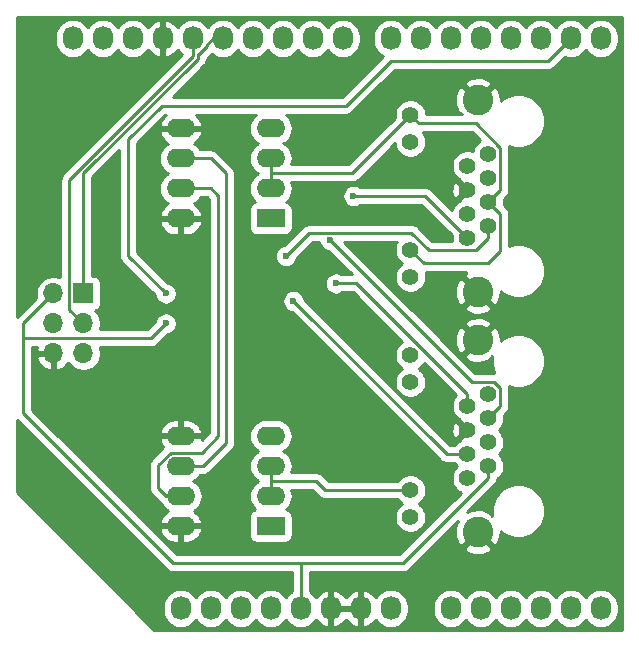
<source format=gbl>
G04 #@! TF.GenerationSoftware,KiCad,Pcbnew,(5.1.9)-1*
G04 #@! TF.CreationDate,2021-06-10T00:16:51+02:00*
G04 #@! TF.ProjectId,shield,73686965-6c64-42e6-9b69-6361645f7063,rev?*
G04 #@! TF.SameCoordinates,Original*
G04 #@! TF.FileFunction,Copper,L2,Bot*
G04 #@! TF.FilePolarity,Positive*
%FSLAX46Y46*%
G04 Gerber Fmt 4.6, Leading zero omitted, Abs format (unit mm)*
G04 Created by KiCad (PCBNEW (5.1.9)-1) date 2021-06-10 00:16:51*
%MOMM*%
%LPD*%
G01*
G04 APERTURE LIST*
G04 #@! TA.AperFunction,ComponentPad*
%ADD10R,1.700000X1.700000*%
G04 #@! TD*
G04 #@! TA.AperFunction,ComponentPad*
%ADD11O,1.700000X1.700000*%
G04 #@! TD*
G04 #@! TA.AperFunction,ComponentPad*
%ADD12O,2.400000X1.600000*%
G04 #@! TD*
G04 #@! TA.AperFunction,ComponentPad*
%ADD13R,2.400000X1.600000*%
G04 #@! TD*
G04 #@! TA.AperFunction,ComponentPad*
%ADD14C,1.400000*%
G04 #@! TD*
G04 #@! TA.AperFunction,ComponentPad*
%ADD15C,2.600000*%
G04 #@! TD*
G04 #@! TA.AperFunction,ComponentPad*
%ADD16O,1.727200X2.032000*%
G04 #@! TD*
G04 #@! TA.AperFunction,ViaPad*
%ADD17C,0.600000*%
G04 #@! TD*
G04 #@! TA.AperFunction,Conductor*
%ADD18C,0.250000*%
G04 #@! TD*
G04 #@! TA.AperFunction,Conductor*
%ADD19C,0.254000*%
G04 #@! TD*
G04 #@! TA.AperFunction,Conductor*
%ADD20C,0.100000*%
G04 #@! TD*
G04 APERTURE END LIST*
D10*
X130683000Y-97155000D03*
D11*
X128143000Y-97155000D03*
X130683000Y-99695000D03*
X128143000Y-99695000D03*
X130683000Y-102235000D03*
X128143000Y-102235000D03*
D12*
X138938000Y-116840000D03*
X146558000Y-109220000D03*
X138938000Y-114300000D03*
X146558000Y-111760000D03*
X138938000Y-111760000D03*
X146558000Y-114300000D03*
X138938000Y-109220000D03*
D13*
X146558000Y-116840000D03*
D12*
X138938000Y-90805000D03*
X146558000Y-83185000D03*
X138938000Y-88265000D03*
X146558000Y-85725000D03*
X138938000Y-85725000D03*
X146558000Y-88265000D03*
X138938000Y-83185000D03*
D13*
X146558000Y-90805000D03*
D14*
X158373000Y-116090000D03*
X158373000Y-113800000D03*
X158373000Y-104660000D03*
X158373000Y-102370000D03*
X163193000Y-112800000D03*
X164973000Y-111780000D03*
X163193000Y-110760000D03*
X164973000Y-109740000D03*
X163193000Y-108720000D03*
X164973000Y-107700000D03*
X163193000Y-106680000D03*
X164973000Y-105660000D03*
D15*
X164083000Y-101100000D03*
X164083000Y-117360000D03*
D14*
X158373000Y-95760000D03*
X158373000Y-93470000D03*
X158373000Y-84330000D03*
X158373000Y-82040000D03*
X163193000Y-92470000D03*
X164973000Y-91450000D03*
X163193000Y-90430000D03*
X164973000Y-89410000D03*
X163193000Y-88390000D03*
X164973000Y-87370000D03*
X163193000Y-86350000D03*
X164973000Y-85330000D03*
D15*
X164083000Y-80770000D03*
X164083000Y-97030000D03*
D16*
X138938000Y-123825000D03*
X141478000Y-123825000D03*
X144018000Y-123825000D03*
X146558000Y-123825000D03*
X149098000Y-123825000D03*
X151638000Y-123825000D03*
X154178000Y-123825000D03*
X156718000Y-123825000D03*
X161798000Y-123825000D03*
X164338000Y-123825000D03*
X166878000Y-123825000D03*
X169418000Y-123825000D03*
X171958000Y-123825000D03*
X174498000Y-123825000D03*
X129794000Y-75565000D03*
X132334000Y-75565000D03*
X134874000Y-75565000D03*
X137414000Y-75565000D03*
X139954000Y-75565000D03*
X142494000Y-75565000D03*
X145034000Y-75565000D03*
X147574000Y-75565000D03*
X150114000Y-75565000D03*
X152654000Y-75565000D03*
X156718000Y-75565000D03*
X159258000Y-75565000D03*
X161798000Y-75565000D03*
X164338000Y-75565000D03*
X166878000Y-75565000D03*
X169418000Y-75565000D03*
X171958000Y-75565000D03*
X174498000Y-75565000D03*
D17*
X137668000Y-97155000D03*
X153543000Y-88900000D03*
X147828000Y-93980000D03*
X137668000Y-99695000D03*
X152060500Y-96307500D03*
X148463000Y-97790000D03*
X151574001Y-92646001D03*
D18*
X138938000Y-111760000D02*
X140843000Y-111760000D01*
X140843000Y-111760000D02*
X142748000Y-109855000D01*
X142748000Y-109855000D02*
X142748000Y-86995000D01*
X141478000Y-85725000D02*
X138938000Y-85725000D01*
X142748000Y-86995000D02*
X141478000Y-85725000D01*
X156718000Y-77470000D02*
X170053000Y-77470000D01*
X170053000Y-77470000D02*
X171958000Y-75565000D01*
X152908000Y-81280000D02*
X156718000Y-77470000D01*
X137307498Y-81280000D02*
X152908000Y-81280000D01*
X134493000Y-84094498D02*
X137307498Y-81280000D01*
X134493000Y-93980000D02*
X134493000Y-84094498D01*
X137668000Y-97155000D02*
X134493000Y-93980000D01*
X139954000Y-77089000D02*
X139954000Y-75565000D01*
X129507999Y-87535001D02*
X139954000Y-77089000D01*
X129507999Y-98519999D02*
X129507999Y-87535001D01*
X130683000Y-99695000D02*
X129507999Y-98519999D01*
X141668500Y-75565000D02*
X142494000Y-75565000D01*
X141142610Y-76209738D02*
X141142610Y-76090890D01*
X140446338Y-76906010D02*
X141142610Y-76209738D01*
X140404010Y-76906010D02*
X140446338Y-76906010D01*
X140404010Y-77275400D02*
X140404010Y-76906010D01*
X130683000Y-86996410D02*
X140404010Y-77275400D01*
X141142610Y-76090890D02*
X141668500Y-75565000D01*
X130683000Y-97155000D02*
X130683000Y-86996410D01*
X159518000Y-94615000D02*
X158373000Y-93470000D01*
X164973000Y-94615000D02*
X159518000Y-94615000D01*
X165998001Y-93589999D02*
X164973000Y-94615000D01*
X165998001Y-90435001D02*
X165998001Y-93589999D01*
X164973000Y-89410000D02*
X165998001Y-90435001D01*
X153418000Y-86995000D02*
X158373000Y-82040000D01*
X146558000Y-86995000D02*
X153418000Y-86995000D01*
X146558000Y-88265000D02*
X146558000Y-86995000D01*
X146558000Y-86995000D02*
X146558000Y-85725000D01*
X159072999Y-82739999D02*
X158373000Y-82040000D01*
X165998001Y-84837999D02*
X163900001Y-82739999D01*
X163900001Y-82739999D02*
X159072999Y-82739999D01*
X165998001Y-88384999D02*
X165998001Y-84837999D01*
X164973000Y-89410000D02*
X165998001Y-88384999D01*
X159623000Y-88900000D02*
X153543000Y-88900000D01*
X163193000Y-92470000D02*
X159623000Y-88900000D01*
X158441002Y-92021000D02*
X149787000Y-92021000D01*
X159915003Y-93495001D02*
X158441002Y-92021000D01*
X163917948Y-93495001D02*
X159915003Y-93495001D01*
X164973000Y-92439949D02*
X163917948Y-93495001D01*
X164973000Y-91450000D02*
X164973000Y-92439949D01*
X149787000Y-92021000D02*
X147828000Y-93980000D01*
X149098000Y-120015000D02*
X149098000Y-123825000D01*
X157727949Y-120015000D02*
X149098000Y-120015000D01*
X164973000Y-112769949D02*
X157727949Y-120015000D01*
X164973000Y-111780000D02*
X164973000Y-112769949D01*
X125603000Y-99695000D02*
X128143000Y-97155000D01*
X136398000Y-100965000D02*
X125603000Y-100965000D01*
X125603000Y-100965000D02*
X125603000Y-99695000D01*
X137668000Y-99695000D02*
X136398000Y-100965000D01*
X125603000Y-107315000D02*
X125603000Y-100965000D01*
X138303000Y-120015000D02*
X125603000Y-107315000D01*
X149098000Y-120015000D02*
X138303000Y-120015000D01*
X163193000Y-105690051D02*
X153810449Y-96307500D01*
X153810449Y-96307500D02*
X152060500Y-96307500D01*
X163193000Y-106680000D02*
X163193000Y-105690051D01*
X161433000Y-110760000D02*
X148463000Y-97790000D01*
X163193000Y-110760000D02*
X161433000Y-110760000D01*
X163562999Y-104634999D02*
X151574001Y-92646001D01*
X165465001Y-104634999D02*
X163562999Y-104634999D01*
X165998001Y-105167999D02*
X165465001Y-104634999D01*
X164973000Y-107700000D02*
X165998001Y-106674999D01*
X165998001Y-106674999D02*
X165998001Y-105167999D01*
X158373000Y-113800000D02*
X151138000Y-113800000D01*
X151138000Y-113800000D02*
X150368000Y-113030000D01*
X150368000Y-113030000D02*
X147828000Y-113030000D01*
X147828000Y-113030000D02*
X146558000Y-113030000D01*
X146558000Y-113030000D02*
X146558000Y-114300000D01*
X146558000Y-113030000D02*
X146558000Y-111760000D01*
X138938000Y-88265000D02*
X141478000Y-88265000D01*
X141478000Y-88265000D02*
X142113000Y-88900000D01*
X142113000Y-88900000D02*
X142113000Y-109220000D01*
X138072006Y-110634990D02*
X137033000Y-111673996D01*
X140698010Y-110634990D02*
X138072006Y-110634990D01*
X142113000Y-109220000D02*
X140698010Y-110634990D01*
X137033000Y-111673996D02*
X137033000Y-113665000D01*
X137668000Y-114300000D02*
X138938000Y-114300000D01*
X137033000Y-113665000D02*
X137668000Y-114300000D01*
D19*
X176328000Y-86013876D02*
X176328001Y-86013886D01*
X176328000Y-123859876D01*
X176328001Y-123859886D01*
X176328000Y-125655000D01*
X136692091Y-125655000D01*
X125043000Y-114005909D01*
X125043000Y-107830632D01*
X125062999Y-107855001D01*
X125092003Y-107878804D01*
X137739201Y-120526003D01*
X137762999Y-120555001D01*
X137878724Y-120649974D01*
X138010753Y-120720546D01*
X138154014Y-120764003D01*
X138265667Y-120775000D01*
X138265676Y-120775000D01*
X138302999Y-120778676D01*
X138340322Y-120775000D01*
X148338000Y-120775000D01*
X148338001Y-122379584D01*
X148261394Y-122420531D01*
X148033203Y-122607803D01*
X147845931Y-122835995D01*
X147828000Y-122869541D01*
X147810069Y-122835994D01*
X147622797Y-122607803D01*
X147394605Y-122420531D01*
X147134263Y-122281375D01*
X146851776Y-122195684D01*
X146558000Y-122166749D01*
X146264223Y-122195684D01*
X145981736Y-122281375D01*
X145721394Y-122420531D01*
X145493203Y-122607803D01*
X145305931Y-122835995D01*
X145288000Y-122869541D01*
X145270069Y-122835994D01*
X145082797Y-122607803D01*
X144854605Y-122420531D01*
X144594263Y-122281375D01*
X144311776Y-122195684D01*
X144018000Y-122166749D01*
X143724223Y-122195684D01*
X143441736Y-122281375D01*
X143181394Y-122420531D01*
X142953203Y-122607803D01*
X142765931Y-122835995D01*
X142748000Y-122869541D01*
X142730069Y-122835994D01*
X142542797Y-122607803D01*
X142314605Y-122420531D01*
X142054263Y-122281375D01*
X141771776Y-122195684D01*
X141478000Y-122166749D01*
X141184223Y-122195684D01*
X140901736Y-122281375D01*
X140641394Y-122420531D01*
X140413203Y-122607803D01*
X140225931Y-122835995D01*
X140208000Y-122869541D01*
X140190069Y-122835994D01*
X140002797Y-122607803D01*
X139774605Y-122420531D01*
X139514263Y-122281375D01*
X139231776Y-122195684D01*
X138938000Y-122166749D01*
X138644223Y-122195684D01*
X138361736Y-122281375D01*
X138101394Y-122420531D01*
X137873203Y-122607803D01*
X137685931Y-122835995D01*
X137546775Y-123096337D01*
X137461084Y-123378824D01*
X137439400Y-123598982D01*
X137439400Y-124051019D01*
X137461084Y-124271177D01*
X137546775Y-124553664D01*
X137685931Y-124814006D01*
X137873203Y-125042197D01*
X138101395Y-125229469D01*
X138361737Y-125368625D01*
X138644224Y-125454316D01*
X138938000Y-125483251D01*
X139231777Y-125454316D01*
X139514264Y-125368625D01*
X139774606Y-125229469D01*
X140002797Y-125042197D01*
X140190069Y-124814006D01*
X140208000Y-124780459D01*
X140225931Y-124814006D01*
X140413203Y-125042197D01*
X140641395Y-125229469D01*
X140901737Y-125368625D01*
X141184224Y-125454316D01*
X141478000Y-125483251D01*
X141771777Y-125454316D01*
X142054264Y-125368625D01*
X142314606Y-125229469D01*
X142542797Y-125042197D01*
X142730069Y-124814006D01*
X142748000Y-124780459D01*
X142765931Y-124814006D01*
X142953203Y-125042197D01*
X143181395Y-125229469D01*
X143441737Y-125368625D01*
X143724224Y-125454316D01*
X144018000Y-125483251D01*
X144311777Y-125454316D01*
X144594264Y-125368625D01*
X144854606Y-125229469D01*
X145082797Y-125042197D01*
X145270069Y-124814006D01*
X145288000Y-124780459D01*
X145305931Y-124814006D01*
X145493203Y-125042197D01*
X145721395Y-125229469D01*
X145981737Y-125368625D01*
X146264224Y-125454316D01*
X146558000Y-125483251D01*
X146851777Y-125454316D01*
X147134264Y-125368625D01*
X147394606Y-125229469D01*
X147622797Y-125042197D01*
X147810069Y-124814006D01*
X147828000Y-124780459D01*
X147845931Y-124814006D01*
X148033203Y-125042197D01*
X148261395Y-125229469D01*
X148521737Y-125368625D01*
X148804224Y-125454316D01*
X149098000Y-125483251D01*
X149391777Y-125454316D01*
X149674264Y-125368625D01*
X149934606Y-125229469D01*
X150162797Y-125042197D01*
X150350069Y-124814006D01*
X150371424Y-124774053D01*
X150519514Y-124976729D01*
X150735965Y-125175733D01*
X150987081Y-125328686D01*
X151263211Y-125429709D01*
X151278974Y-125432358D01*
X151511000Y-125311217D01*
X151511000Y-123952000D01*
X151765000Y-123952000D01*
X151765000Y-125311217D01*
X151997026Y-125432358D01*
X152012789Y-125429709D01*
X152288919Y-125328686D01*
X152540035Y-125175733D01*
X152756486Y-124976729D01*
X152908000Y-124769367D01*
X153059514Y-124976729D01*
X153275965Y-125175733D01*
X153527081Y-125328686D01*
X153803211Y-125429709D01*
X153818974Y-125432358D01*
X154051000Y-125311217D01*
X154051000Y-123952000D01*
X151765000Y-123952000D01*
X151511000Y-123952000D01*
X151491000Y-123952000D01*
X151491000Y-123698000D01*
X151511000Y-123698000D01*
X151511000Y-122338783D01*
X151765000Y-122338783D01*
X151765000Y-123698000D01*
X154051000Y-123698000D01*
X154051000Y-122338783D01*
X154305000Y-122338783D01*
X154305000Y-123698000D01*
X154325000Y-123698000D01*
X154325000Y-123952000D01*
X154305000Y-123952000D01*
X154305000Y-125311217D01*
X154537026Y-125432358D01*
X154552789Y-125429709D01*
X154828919Y-125328686D01*
X155080035Y-125175733D01*
X155296486Y-124976729D01*
X155444576Y-124774053D01*
X155465931Y-124814006D01*
X155653203Y-125042197D01*
X155881395Y-125229469D01*
X156141737Y-125368625D01*
X156424224Y-125454316D01*
X156718000Y-125483251D01*
X157011777Y-125454316D01*
X157294264Y-125368625D01*
X157554606Y-125229469D01*
X157782797Y-125042197D01*
X157970069Y-124814006D01*
X158109225Y-124553663D01*
X158194916Y-124271176D01*
X158216600Y-124051018D01*
X158216600Y-123598982D01*
X160299400Y-123598982D01*
X160299400Y-124051019D01*
X160321084Y-124271177D01*
X160406775Y-124553664D01*
X160545931Y-124814006D01*
X160733203Y-125042197D01*
X160961395Y-125229469D01*
X161221737Y-125368625D01*
X161504224Y-125454316D01*
X161798000Y-125483251D01*
X162091777Y-125454316D01*
X162374264Y-125368625D01*
X162634606Y-125229469D01*
X162862797Y-125042197D01*
X163050069Y-124814006D01*
X163068000Y-124780459D01*
X163085931Y-124814006D01*
X163273203Y-125042197D01*
X163501395Y-125229469D01*
X163761737Y-125368625D01*
X164044224Y-125454316D01*
X164338000Y-125483251D01*
X164631777Y-125454316D01*
X164914264Y-125368625D01*
X165174606Y-125229469D01*
X165402797Y-125042197D01*
X165590069Y-124814006D01*
X165608000Y-124780459D01*
X165625931Y-124814006D01*
X165813203Y-125042197D01*
X166041395Y-125229469D01*
X166301737Y-125368625D01*
X166584224Y-125454316D01*
X166878000Y-125483251D01*
X167171777Y-125454316D01*
X167454264Y-125368625D01*
X167714606Y-125229469D01*
X167942797Y-125042197D01*
X168130069Y-124814006D01*
X168148000Y-124780459D01*
X168165931Y-124814006D01*
X168353203Y-125042197D01*
X168581395Y-125229469D01*
X168841737Y-125368625D01*
X169124224Y-125454316D01*
X169418000Y-125483251D01*
X169711777Y-125454316D01*
X169994264Y-125368625D01*
X170254606Y-125229469D01*
X170482797Y-125042197D01*
X170670069Y-124814006D01*
X170688000Y-124780459D01*
X170705931Y-124814006D01*
X170893203Y-125042197D01*
X171121395Y-125229469D01*
X171381737Y-125368625D01*
X171664224Y-125454316D01*
X171958000Y-125483251D01*
X172251777Y-125454316D01*
X172534264Y-125368625D01*
X172794606Y-125229469D01*
X173022797Y-125042197D01*
X173210069Y-124814006D01*
X173228000Y-124780459D01*
X173245931Y-124814006D01*
X173433203Y-125042197D01*
X173661395Y-125229469D01*
X173921737Y-125368625D01*
X174204224Y-125454316D01*
X174498000Y-125483251D01*
X174791777Y-125454316D01*
X175074264Y-125368625D01*
X175334606Y-125229469D01*
X175562797Y-125042197D01*
X175750069Y-124814006D01*
X175889225Y-124553663D01*
X175974916Y-124271176D01*
X175996600Y-124051018D01*
X175996600Y-123598981D01*
X175974916Y-123378823D01*
X175889225Y-123096336D01*
X175750069Y-122835994D01*
X175562797Y-122607803D01*
X175334605Y-122420531D01*
X175074263Y-122281375D01*
X174791776Y-122195684D01*
X174498000Y-122166749D01*
X174204223Y-122195684D01*
X173921736Y-122281375D01*
X173661394Y-122420531D01*
X173433203Y-122607803D01*
X173245931Y-122835995D01*
X173228000Y-122869541D01*
X173210069Y-122835994D01*
X173022797Y-122607803D01*
X172794605Y-122420531D01*
X172534263Y-122281375D01*
X172251776Y-122195684D01*
X171958000Y-122166749D01*
X171664223Y-122195684D01*
X171381736Y-122281375D01*
X171121394Y-122420531D01*
X170893203Y-122607803D01*
X170705931Y-122835995D01*
X170688000Y-122869541D01*
X170670069Y-122835994D01*
X170482797Y-122607803D01*
X170254605Y-122420531D01*
X169994263Y-122281375D01*
X169711776Y-122195684D01*
X169418000Y-122166749D01*
X169124223Y-122195684D01*
X168841736Y-122281375D01*
X168581394Y-122420531D01*
X168353203Y-122607803D01*
X168165931Y-122835995D01*
X168148000Y-122869541D01*
X168130069Y-122835994D01*
X167942797Y-122607803D01*
X167714605Y-122420531D01*
X167454263Y-122281375D01*
X167171776Y-122195684D01*
X166878000Y-122166749D01*
X166584223Y-122195684D01*
X166301736Y-122281375D01*
X166041394Y-122420531D01*
X165813203Y-122607803D01*
X165625931Y-122835995D01*
X165608000Y-122869541D01*
X165590069Y-122835994D01*
X165402797Y-122607803D01*
X165174605Y-122420531D01*
X164914263Y-122281375D01*
X164631776Y-122195684D01*
X164338000Y-122166749D01*
X164044223Y-122195684D01*
X163761736Y-122281375D01*
X163501394Y-122420531D01*
X163273203Y-122607803D01*
X163085931Y-122835995D01*
X163068000Y-122869541D01*
X163050069Y-122835994D01*
X162862797Y-122607803D01*
X162634605Y-122420531D01*
X162374263Y-122281375D01*
X162091776Y-122195684D01*
X161798000Y-122166749D01*
X161504223Y-122195684D01*
X161221736Y-122281375D01*
X160961394Y-122420531D01*
X160733203Y-122607803D01*
X160545931Y-122835995D01*
X160406775Y-123096337D01*
X160321084Y-123378824D01*
X160299400Y-123598982D01*
X158216600Y-123598982D01*
X158216600Y-123598981D01*
X158194916Y-123378823D01*
X158109225Y-123096336D01*
X157970069Y-122835994D01*
X157782797Y-122607803D01*
X157554605Y-122420531D01*
X157294263Y-122281375D01*
X157011776Y-122195684D01*
X156718000Y-122166749D01*
X156424223Y-122195684D01*
X156141736Y-122281375D01*
X155881394Y-122420531D01*
X155653203Y-122607803D01*
X155465931Y-122835995D01*
X155444576Y-122875947D01*
X155296486Y-122673271D01*
X155080035Y-122474267D01*
X154828919Y-122321314D01*
X154552789Y-122220291D01*
X154537026Y-122217642D01*
X154305000Y-122338783D01*
X154051000Y-122338783D01*
X153818974Y-122217642D01*
X153803211Y-122220291D01*
X153527081Y-122321314D01*
X153275965Y-122474267D01*
X153059514Y-122673271D01*
X152908000Y-122880633D01*
X152756486Y-122673271D01*
X152540035Y-122474267D01*
X152288919Y-122321314D01*
X152012789Y-122220291D01*
X151997026Y-122217642D01*
X151765000Y-122338783D01*
X151511000Y-122338783D01*
X151278974Y-122217642D01*
X151263211Y-122220291D01*
X150987081Y-122321314D01*
X150735965Y-122474267D01*
X150519514Y-122673271D01*
X150371424Y-122875947D01*
X150350069Y-122835994D01*
X150162797Y-122607803D01*
X149934605Y-122420531D01*
X149858000Y-122379585D01*
X149858000Y-120775000D01*
X157690627Y-120775000D01*
X157727949Y-120778676D01*
X157765271Y-120775000D01*
X157765282Y-120775000D01*
X157876935Y-120764003D01*
X158020196Y-120720546D01*
X158152225Y-120649974D01*
X158267950Y-120555001D01*
X158291753Y-120525997D01*
X160108526Y-118709224D01*
X162913381Y-118709224D01*
X163045317Y-119004312D01*
X163386045Y-119175159D01*
X163753557Y-119276250D01*
X164133729Y-119303701D01*
X164511951Y-119256457D01*
X164873690Y-119136333D01*
X165120683Y-119004312D01*
X165252619Y-118709224D01*
X164083000Y-117539605D01*
X162913381Y-118709224D01*
X160108526Y-118709224D01*
X162381619Y-116436132D01*
X162267841Y-116663045D01*
X162166750Y-117030557D01*
X162139299Y-117410729D01*
X162186543Y-117788951D01*
X162306667Y-118150690D01*
X162438688Y-118397683D01*
X162733776Y-118529619D01*
X163903395Y-117360000D01*
X163889253Y-117345858D01*
X164068858Y-117166253D01*
X164083000Y-117180395D01*
X164097143Y-117166253D01*
X164276748Y-117345858D01*
X164262605Y-117360000D01*
X165432224Y-118529619D01*
X165727312Y-118397683D01*
X165898159Y-118056955D01*
X165999250Y-117689443D01*
X166026701Y-117309271D01*
X166023925Y-117287047D01*
X166072334Y-117335456D01*
X166442489Y-117582786D01*
X166853782Y-117753149D01*
X167290409Y-117840000D01*
X167735591Y-117840000D01*
X168172218Y-117753149D01*
X168583511Y-117582786D01*
X168953666Y-117335456D01*
X169268456Y-117020666D01*
X169515786Y-116650511D01*
X169686149Y-116239218D01*
X169773000Y-115802591D01*
X169773000Y-115357409D01*
X169686149Y-114920782D01*
X169515786Y-114509489D01*
X169268456Y-114139334D01*
X168953666Y-113824544D01*
X168583511Y-113577214D01*
X168172218Y-113406851D01*
X167735591Y-113320000D01*
X167290409Y-113320000D01*
X166853782Y-113406851D01*
X166442489Y-113577214D01*
X166072334Y-113824544D01*
X165757544Y-114139334D01*
X165510214Y-114509489D01*
X165339851Y-114920782D01*
X165253000Y-115357409D01*
X165253000Y-115802591D01*
X165287477Y-115975915D01*
X165252618Y-116010774D01*
X165120683Y-115715688D01*
X164779955Y-115544841D01*
X164412443Y-115443750D01*
X164032271Y-115416299D01*
X163654049Y-115463543D01*
X163292310Y-115583667D01*
X163167225Y-115650527D01*
X165484008Y-113333744D01*
X165513001Y-113309950D01*
X165536795Y-113280957D01*
X165536799Y-113280953D01*
X165607973Y-113194226D01*
X165610550Y-113189405D01*
X165678546Y-113062196D01*
X165722003Y-112918935D01*
X165725568Y-112882740D01*
X165824013Y-112816962D01*
X166009962Y-112631013D01*
X166156061Y-112412359D01*
X166256696Y-112169405D01*
X166308000Y-111911486D01*
X166308000Y-111648514D01*
X166256696Y-111390595D01*
X166156061Y-111147641D01*
X166009962Y-110928987D01*
X165840975Y-110760000D01*
X166009962Y-110591013D01*
X166156061Y-110372359D01*
X166256696Y-110129405D01*
X166308000Y-109871486D01*
X166308000Y-109608514D01*
X166256696Y-109350595D01*
X166156061Y-109107641D01*
X166009962Y-108888987D01*
X165840975Y-108720000D01*
X166009962Y-108551013D01*
X166156061Y-108332359D01*
X166256696Y-108089405D01*
X166308000Y-107831486D01*
X166308000Y-107568514D01*
X166286645Y-107461157D01*
X166509005Y-107238797D01*
X166538002Y-107215000D01*
X166632975Y-107099275D01*
X166703547Y-106967246D01*
X166747004Y-106823985D01*
X166758001Y-106712332D01*
X166758001Y-106712323D01*
X166761677Y-106675000D01*
X166758001Y-106637677D01*
X166758001Y-105205322D01*
X166761677Y-105167999D01*
X166758001Y-105130676D01*
X166758001Y-105130666D01*
X166747004Y-105019013D01*
X166743502Y-105007470D01*
X166853782Y-105053149D01*
X167290409Y-105140000D01*
X167735591Y-105140000D01*
X168172218Y-105053149D01*
X168583511Y-104882786D01*
X168953666Y-104635456D01*
X169268456Y-104320666D01*
X169515786Y-103950511D01*
X169686149Y-103539218D01*
X169773000Y-103102591D01*
X169773000Y-102657409D01*
X169686149Y-102220782D01*
X169515786Y-101809489D01*
X169268456Y-101439334D01*
X168953666Y-101124544D01*
X168583511Y-100877214D01*
X168172218Y-100706851D01*
X167735591Y-100620000D01*
X167290409Y-100620000D01*
X166853782Y-100706851D01*
X166442489Y-100877214D01*
X166072334Y-101124544D01*
X166017291Y-101179587D01*
X166026701Y-101049271D01*
X165979457Y-100671049D01*
X165859333Y-100309310D01*
X165727312Y-100062317D01*
X165432224Y-99930381D01*
X164262605Y-101100000D01*
X164276748Y-101114143D01*
X164097143Y-101293748D01*
X164083000Y-101279605D01*
X162913381Y-102449224D01*
X163045317Y-102744312D01*
X163386045Y-102915159D01*
X163753557Y-103016250D01*
X164133729Y-103043701D01*
X164511951Y-102996457D01*
X164873690Y-102876333D01*
X165120683Y-102744312D01*
X165252618Y-102449226D01*
X165287477Y-102484085D01*
X165253000Y-102657409D01*
X165253000Y-103102591D01*
X165339851Y-103539218D01*
X165477941Y-103872598D01*
X165465001Y-103871323D01*
X165427679Y-103874999D01*
X163877801Y-103874999D01*
X161153531Y-101150729D01*
X162139299Y-101150729D01*
X162186543Y-101528951D01*
X162306667Y-101890690D01*
X162438688Y-102137683D01*
X162733776Y-102269619D01*
X163903395Y-101100000D01*
X162733776Y-99930381D01*
X162438688Y-100062317D01*
X162267841Y-100403045D01*
X162166750Y-100770557D01*
X162139299Y-101150729D01*
X161153531Y-101150729D01*
X159753578Y-99750776D01*
X162913381Y-99750776D01*
X164083000Y-100920395D01*
X165252619Y-99750776D01*
X165120683Y-99455688D01*
X164779955Y-99284841D01*
X164412443Y-99183750D01*
X164032271Y-99156299D01*
X163654049Y-99203543D01*
X163292310Y-99323667D01*
X163045317Y-99455688D01*
X162913381Y-99750776D01*
X159753578Y-99750776D01*
X158382026Y-98379224D01*
X162913381Y-98379224D01*
X163045317Y-98674312D01*
X163386045Y-98845159D01*
X163753557Y-98946250D01*
X164133729Y-98973701D01*
X164511951Y-98926457D01*
X164873690Y-98806333D01*
X165120683Y-98674312D01*
X165252619Y-98379224D01*
X164083000Y-97209605D01*
X162913381Y-98379224D01*
X158382026Y-98379224D01*
X152783801Y-92781000D01*
X157227785Y-92781000D01*
X157189939Y-92837641D01*
X157089304Y-93080595D01*
X157038000Y-93338514D01*
X157038000Y-93601486D01*
X157089304Y-93859405D01*
X157189939Y-94102359D01*
X157336038Y-94321013D01*
X157521987Y-94506962D01*
X157683678Y-94615000D01*
X157521987Y-94723038D01*
X157336038Y-94908987D01*
X157189939Y-95127641D01*
X157089304Y-95370595D01*
X157038000Y-95628514D01*
X157038000Y-95891486D01*
X157089304Y-96149405D01*
X157189939Y-96392359D01*
X157336038Y-96611013D01*
X157521987Y-96796962D01*
X157740641Y-96943061D01*
X157983595Y-97043696D01*
X158241514Y-97095000D01*
X158504486Y-97095000D01*
X158576230Y-97080729D01*
X162139299Y-97080729D01*
X162186543Y-97458951D01*
X162306667Y-97820690D01*
X162438688Y-98067683D01*
X162733776Y-98199619D01*
X163903395Y-97030000D01*
X162733776Y-95860381D01*
X162438688Y-95992317D01*
X162267841Y-96333045D01*
X162166750Y-96700557D01*
X162139299Y-97080729D01*
X158576230Y-97080729D01*
X158762405Y-97043696D01*
X159005359Y-96943061D01*
X159224013Y-96796962D01*
X159409962Y-96611013D01*
X159556061Y-96392359D01*
X159656696Y-96149405D01*
X159708000Y-95891486D01*
X159708000Y-95628514D01*
X159657572Y-95375000D01*
X163065313Y-95375000D01*
X163045317Y-95385688D01*
X162913381Y-95680776D01*
X164083000Y-96850395D01*
X164097143Y-96836253D01*
X164276748Y-97015858D01*
X164262605Y-97030000D01*
X165432224Y-98199619D01*
X165727312Y-98067683D01*
X165898159Y-97726955D01*
X165999250Y-97359443D01*
X166026701Y-96979271D01*
X166023925Y-96957047D01*
X166072334Y-97005456D01*
X166442489Y-97252786D01*
X166853782Y-97423149D01*
X167290409Y-97510000D01*
X167735591Y-97510000D01*
X168172218Y-97423149D01*
X168583511Y-97252786D01*
X168953666Y-97005456D01*
X169268456Y-96690666D01*
X169515786Y-96320511D01*
X169686149Y-95909218D01*
X169773000Y-95472591D01*
X169773000Y-95027409D01*
X169686149Y-94590782D01*
X169515786Y-94179489D01*
X169268456Y-93809334D01*
X168953666Y-93494544D01*
X168583511Y-93247214D01*
X168172218Y-93076851D01*
X167735591Y-92990000D01*
X167290409Y-92990000D01*
X166853782Y-93076851D01*
X166758001Y-93116525D01*
X166758001Y-90472323D01*
X166761677Y-90435000D01*
X166758001Y-90397677D01*
X166758001Y-90397668D01*
X166747004Y-90286015D01*
X166703547Y-90142754D01*
X166632975Y-90010725D01*
X166538002Y-89895000D01*
X166509005Y-89871203D01*
X166286645Y-89648843D01*
X166308000Y-89541486D01*
X166308000Y-89278514D01*
X166286645Y-89171157D01*
X166509005Y-88948797D01*
X166538002Y-88925000D01*
X166632975Y-88809275D01*
X166703547Y-88677246D01*
X166747004Y-88533985D01*
X166758001Y-88422332D01*
X166758001Y-88422323D01*
X166761677Y-88385000D01*
X166758001Y-88347677D01*
X166758001Y-84875321D01*
X166761677Y-84837998D01*
X166758001Y-84800675D01*
X166758001Y-84800666D01*
X166747004Y-84689013D01*
X166743502Y-84677470D01*
X166853782Y-84723149D01*
X167290409Y-84810000D01*
X167735591Y-84810000D01*
X168172218Y-84723149D01*
X168583511Y-84552786D01*
X168953666Y-84305456D01*
X169268456Y-83990666D01*
X169515786Y-83620511D01*
X169686149Y-83209218D01*
X169773000Y-82772591D01*
X169773000Y-82327409D01*
X169686149Y-81890782D01*
X169515786Y-81479489D01*
X169268456Y-81109334D01*
X168953666Y-80794544D01*
X168583511Y-80547214D01*
X168172218Y-80376851D01*
X167735591Y-80290000D01*
X167290409Y-80290000D01*
X166853782Y-80376851D01*
X166442489Y-80547214D01*
X166072334Y-80794544D01*
X166017291Y-80849587D01*
X166026701Y-80719271D01*
X165979457Y-80341049D01*
X165859333Y-79979310D01*
X165727312Y-79732317D01*
X165432224Y-79600381D01*
X164262605Y-80770000D01*
X164276748Y-80784143D01*
X164097143Y-80963748D01*
X164083000Y-80949605D01*
X164068858Y-80963748D01*
X163889253Y-80784143D01*
X163903395Y-80770000D01*
X162733776Y-79600381D01*
X162438688Y-79732317D01*
X162267841Y-80073045D01*
X162166750Y-80440557D01*
X162139299Y-80820729D01*
X162186543Y-81198951D01*
X162306667Y-81560690D01*
X162438688Y-81807683D01*
X162733774Y-81939618D01*
X162693393Y-81979999D01*
X159708000Y-81979999D01*
X159708000Y-81908514D01*
X159656696Y-81650595D01*
X159556061Y-81407641D01*
X159409962Y-81188987D01*
X159224013Y-81003038D01*
X159005359Y-80856939D01*
X158762405Y-80756304D01*
X158504486Y-80705000D01*
X158241514Y-80705000D01*
X157983595Y-80756304D01*
X157740641Y-80856939D01*
X157521987Y-81003038D01*
X157336038Y-81188987D01*
X157189939Y-81407641D01*
X157089304Y-81650595D01*
X157038000Y-81908514D01*
X157038000Y-82171486D01*
X157059355Y-82278843D01*
X153103199Y-86235000D01*
X148302864Y-86235000D01*
X148372236Y-86006309D01*
X148399943Y-85725000D01*
X148372236Y-85443691D01*
X148290182Y-85173192D01*
X148156932Y-84923899D01*
X147977608Y-84705392D01*
X147759101Y-84526068D01*
X147626142Y-84455000D01*
X147759101Y-84383932D01*
X147977608Y-84204608D01*
X148156932Y-83986101D01*
X148290182Y-83736808D01*
X148372236Y-83466309D01*
X148399943Y-83185000D01*
X148372236Y-82903691D01*
X148290182Y-82633192D01*
X148156932Y-82383899D01*
X147977608Y-82165392D01*
X147824817Y-82040000D01*
X152870678Y-82040000D01*
X152908000Y-82043676D01*
X152945322Y-82040000D01*
X152945333Y-82040000D01*
X153056986Y-82029003D01*
X153200247Y-81985546D01*
X153332276Y-81914974D01*
X153448001Y-81820001D01*
X153471804Y-81790997D01*
X155842025Y-79420776D01*
X162913381Y-79420776D01*
X164083000Y-80590395D01*
X165252619Y-79420776D01*
X165120683Y-79125688D01*
X164779955Y-78954841D01*
X164412443Y-78853750D01*
X164032271Y-78826299D01*
X163654049Y-78873543D01*
X163292310Y-78993667D01*
X163045317Y-79125688D01*
X162913381Y-79420776D01*
X155842025Y-79420776D01*
X157032802Y-78230000D01*
X170015678Y-78230000D01*
X170053000Y-78233676D01*
X170090322Y-78230000D01*
X170090333Y-78230000D01*
X170201986Y-78219003D01*
X170345247Y-78175546D01*
X170477276Y-78104974D01*
X170593001Y-78010001D01*
X170616804Y-77980997D01*
X171464171Y-77133631D01*
X171664224Y-77194316D01*
X171958000Y-77223251D01*
X172251777Y-77194316D01*
X172534264Y-77108625D01*
X172794606Y-76969469D01*
X173022797Y-76782197D01*
X173210069Y-76554006D01*
X173228000Y-76520459D01*
X173245931Y-76554006D01*
X173433203Y-76782197D01*
X173661395Y-76969469D01*
X173921737Y-77108625D01*
X174204224Y-77194316D01*
X174498000Y-77223251D01*
X174791777Y-77194316D01*
X175074264Y-77108625D01*
X175334606Y-76969469D01*
X175562797Y-76782197D01*
X175750069Y-76554006D01*
X175889225Y-76293663D01*
X175974916Y-76011176D01*
X175996600Y-75791018D01*
X175996600Y-75338981D01*
X175974916Y-75118823D01*
X175889225Y-74836336D01*
X175750069Y-74575994D01*
X175562797Y-74347803D01*
X175334605Y-74160531D01*
X175074263Y-74021375D01*
X174791776Y-73935684D01*
X174498000Y-73906749D01*
X174204223Y-73935684D01*
X173921736Y-74021375D01*
X173661394Y-74160531D01*
X173433203Y-74347803D01*
X173245931Y-74575995D01*
X173228000Y-74609541D01*
X173210069Y-74575994D01*
X173022797Y-74347803D01*
X172794605Y-74160531D01*
X172534263Y-74021375D01*
X172251776Y-73935684D01*
X171958000Y-73906749D01*
X171664223Y-73935684D01*
X171381736Y-74021375D01*
X171121394Y-74160531D01*
X170893203Y-74347803D01*
X170705931Y-74575995D01*
X170688000Y-74609541D01*
X170670069Y-74575994D01*
X170482797Y-74347803D01*
X170254605Y-74160531D01*
X169994263Y-74021375D01*
X169711776Y-73935684D01*
X169418000Y-73906749D01*
X169124223Y-73935684D01*
X168841736Y-74021375D01*
X168581394Y-74160531D01*
X168353203Y-74347803D01*
X168165931Y-74575995D01*
X168148000Y-74609541D01*
X168130069Y-74575994D01*
X167942797Y-74347803D01*
X167714605Y-74160531D01*
X167454263Y-74021375D01*
X167171776Y-73935684D01*
X166878000Y-73906749D01*
X166584223Y-73935684D01*
X166301736Y-74021375D01*
X166041394Y-74160531D01*
X165813203Y-74347803D01*
X165625931Y-74575995D01*
X165608000Y-74609541D01*
X165590069Y-74575994D01*
X165402797Y-74347803D01*
X165174605Y-74160531D01*
X164914263Y-74021375D01*
X164631776Y-73935684D01*
X164338000Y-73906749D01*
X164044223Y-73935684D01*
X163761736Y-74021375D01*
X163501394Y-74160531D01*
X163273203Y-74347803D01*
X163085931Y-74575995D01*
X163068000Y-74609541D01*
X163050069Y-74575994D01*
X162862797Y-74347803D01*
X162634605Y-74160531D01*
X162374263Y-74021375D01*
X162091776Y-73935684D01*
X161798000Y-73906749D01*
X161504223Y-73935684D01*
X161221736Y-74021375D01*
X160961394Y-74160531D01*
X160733203Y-74347803D01*
X160545931Y-74575995D01*
X160528000Y-74609541D01*
X160510069Y-74575994D01*
X160322797Y-74347803D01*
X160094605Y-74160531D01*
X159834263Y-74021375D01*
X159551776Y-73935684D01*
X159258000Y-73906749D01*
X158964223Y-73935684D01*
X158681736Y-74021375D01*
X158421394Y-74160531D01*
X158193203Y-74347803D01*
X158005931Y-74575995D01*
X157988000Y-74609541D01*
X157970069Y-74575994D01*
X157782797Y-74347803D01*
X157554605Y-74160531D01*
X157294263Y-74021375D01*
X157011776Y-73935684D01*
X156718000Y-73906749D01*
X156424223Y-73935684D01*
X156141736Y-74021375D01*
X155881394Y-74160531D01*
X155653203Y-74347803D01*
X155465931Y-74575995D01*
X155326775Y-74836337D01*
X155241084Y-75118824D01*
X155219400Y-75338982D01*
X155219400Y-75791019D01*
X155241084Y-76011177D01*
X155326775Y-76293664D01*
X155465931Y-76554006D01*
X155653203Y-76782197D01*
X155881395Y-76969469D01*
X156052351Y-77060847D01*
X152593199Y-80520000D01*
X138234212Y-80520000D01*
X140915014Y-77839198D01*
X140944011Y-77815401D01*
X141038984Y-77699676D01*
X141109556Y-77567647D01*
X141153013Y-77424386D01*
X141164010Y-77312733D01*
X141164010Y-77312724D01*
X141167686Y-77275401D01*
X141166257Y-77260892D01*
X141547703Y-76879447D01*
X141657395Y-76969469D01*
X141917737Y-77108625D01*
X142200224Y-77194316D01*
X142494000Y-77223251D01*
X142787777Y-77194316D01*
X143070264Y-77108625D01*
X143330606Y-76969469D01*
X143558797Y-76782197D01*
X143746069Y-76554006D01*
X143764000Y-76520459D01*
X143781931Y-76554006D01*
X143969203Y-76782197D01*
X144197395Y-76969469D01*
X144457737Y-77108625D01*
X144740224Y-77194316D01*
X145034000Y-77223251D01*
X145327777Y-77194316D01*
X145610264Y-77108625D01*
X145870606Y-76969469D01*
X146098797Y-76782197D01*
X146286069Y-76554006D01*
X146304000Y-76520459D01*
X146321931Y-76554006D01*
X146509203Y-76782197D01*
X146737395Y-76969469D01*
X146997737Y-77108625D01*
X147280224Y-77194316D01*
X147574000Y-77223251D01*
X147867777Y-77194316D01*
X148150264Y-77108625D01*
X148410606Y-76969469D01*
X148638797Y-76782197D01*
X148826069Y-76554006D01*
X148844000Y-76520459D01*
X148861931Y-76554006D01*
X149049203Y-76782197D01*
X149277395Y-76969469D01*
X149537737Y-77108625D01*
X149820224Y-77194316D01*
X150114000Y-77223251D01*
X150407777Y-77194316D01*
X150690264Y-77108625D01*
X150950606Y-76969469D01*
X151178797Y-76782197D01*
X151366069Y-76554006D01*
X151384000Y-76520459D01*
X151401931Y-76554006D01*
X151589203Y-76782197D01*
X151817395Y-76969469D01*
X152077737Y-77108625D01*
X152360224Y-77194316D01*
X152654000Y-77223251D01*
X152947777Y-77194316D01*
X153230264Y-77108625D01*
X153490606Y-76969469D01*
X153718797Y-76782197D01*
X153906069Y-76554006D01*
X154045225Y-76293663D01*
X154130916Y-76011176D01*
X154152600Y-75791018D01*
X154152600Y-75338981D01*
X154130916Y-75118823D01*
X154045225Y-74836336D01*
X153906069Y-74575994D01*
X153718797Y-74347803D01*
X153490605Y-74160531D01*
X153230263Y-74021375D01*
X152947776Y-73935684D01*
X152654000Y-73906749D01*
X152360223Y-73935684D01*
X152077736Y-74021375D01*
X151817394Y-74160531D01*
X151589203Y-74347803D01*
X151401931Y-74575995D01*
X151384000Y-74609541D01*
X151366069Y-74575994D01*
X151178797Y-74347803D01*
X150950605Y-74160531D01*
X150690263Y-74021375D01*
X150407776Y-73935684D01*
X150114000Y-73906749D01*
X149820223Y-73935684D01*
X149537736Y-74021375D01*
X149277394Y-74160531D01*
X149049203Y-74347803D01*
X148861931Y-74575995D01*
X148844000Y-74609541D01*
X148826069Y-74575994D01*
X148638797Y-74347803D01*
X148410605Y-74160531D01*
X148150263Y-74021375D01*
X147867776Y-73935684D01*
X147574000Y-73906749D01*
X147280223Y-73935684D01*
X146997736Y-74021375D01*
X146737394Y-74160531D01*
X146509203Y-74347803D01*
X146321931Y-74575995D01*
X146304000Y-74609541D01*
X146286069Y-74575994D01*
X146098797Y-74347803D01*
X145870605Y-74160531D01*
X145610263Y-74021375D01*
X145327776Y-73935684D01*
X145034000Y-73906749D01*
X144740223Y-73935684D01*
X144457736Y-74021375D01*
X144197394Y-74160531D01*
X143969203Y-74347803D01*
X143781931Y-74575995D01*
X143764000Y-74609541D01*
X143746069Y-74575994D01*
X143558797Y-74347803D01*
X143330605Y-74160531D01*
X143070263Y-74021375D01*
X142787776Y-73935684D01*
X142494000Y-73906749D01*
X142200223Y-73935684D01*
X141917736Y-74021375D01*
X141657394Y-74160531D01*
X141429203Y-74347803D01*
X141241931Y-74575995D01*
X141224000Y-74609541D01*
X141206069Y-74575994D01*
X141018797Y-74347803D01*
X140790605Y-74160531D01*
X140530263Y-74021375D01*
X140247776Y-73935684D01*
X139954000Y-73906749D01*
X139660223Y-73935684D01*
X139377736Y-74021375D01*
X139117394Y-74160531D01*
X138889203Y-74347803D01*
X138701931Y-74575995D01*
X138680576Y-74615947D01*
X138532486Y-74413271D01*
X138316035Y-74214267D01*
X138064919Y-74061314D01*
X137788789Y-73960291D01*
X137773026Y-73957642D01*
X137541000Y-74078783D01*
X137541000Y-75438000D01*
X137561000Y-75438000D01*
X137561000Y-75692000D01*
X137541000Y-75692000D01*
X137541000Y-77051217D01*
X137773026Y-77172358D01*
X137788789Y-77169709D01*
X138064919Y-77068686D01*
X138316035Y-76915733D01*
X138532486Y-76716729D01*
X138680576Y-76514053D01*
X138701931Y-76554006D01*
X138889203Y-76782197D01*
X139052218Y-76915980D01*
X128996997Y-86971202D01*
X128967999Y-86995000D01*
X128944201Y-87023998D01*
X128944200Y-87023999D01*
X128873025Y-87110725D01*
X128802453Y-87242755D01*
X128758997Y-87386016D01*
X128744323Y-87535001D01*
X128748000Y-87572333D01*
X128747999Y-95798247D01*
X128576158Y-95727068D01*
X128289260Y-95670000D01*
X127996740Y-95670000D01*
X127709842Y-95727068D01*
X127439589Y-95839010D01*
X127196368Y-96001525D01*
X126989525Y-96208368D01*
X126827010Y-96451589D01*
X126715068Y-96721842D01*
X126658000Y-97008740D01*
X126658000Y-97301260D01*
X126701790Y-97521407D01*
X125091998Y-99131201D01*
X125063000Y-99154999D01*
X125043000Y-99179369D01*
X125043000Y-75338982D01*
X128295400Y-75338982D01*
X128295400Y-75791019D01*
X128317084Y-76011177D01*
X128402775Y-76293664D01*
X128541931Y-76554006D01*
X128729203Y-76782197D01*
X128957395Y-76969469D01*
X129217737Y-77108625D01*
X129500224Y-77194316D01*
X129794000Y-77223251D01*
X130087777Y-77194316D01*
X130370264Y-77108625D01*
X130630606Y-76969469D01*
X130858797Y-76782197D01*
X131046069Y-76554006D01*
X131064000Y-76520459D01*
X131081931Y-76554006D01*
X131269203Y-76782197D01*
X131497395Y-76969469D01*
X131757737Y-77108625D01*
X132040224Y-77194316D01*
X132334000Y-77223251D01*
X132627777Y-77194316D01*
X132910264Y-77108625D01*
X133170606Y-76969469D01*
X133398797Y-76782197D01*
X133586069Y-76554006D01*
X133604000Y-76520459D01*
X133621931Y-76554006D01*
X133809203Y-76782197D01*
X134037395Y-76969469D01*
X134297737Y-77108625D01*
X134580224Y-77194316D01*
X134874000Y-77223251D01*
X135167777Y-77194316D01*
X135450264Y-77108625D01*
X135710606Y-76969469D01*
X135938797Y-76782197D01*
X136126069Y-76554006D01*
X136147424Y-76514053D01*
X136295514Y-76716729D01*
X136511965Y-76915733D01*
X136763081Y-77068686D01*
X137039211Y-77169709D01*
X137054974Y-77172358D01*
X137287000Y-77051217D01*
X137287000Y-75692000D01*
X137267000Y-75692000D01*
X137267000Y-75438000D01*
X137287000Y-75438000D01*
X137287000Y-74078783D01*
X137054974Y-73957642D01*
X137039211Y-73960291D01*
X136763081Y-74061314D01*
X136511965Y-74214267D01*
X136295514Y-74413271D01*
X136147424Y-74615947D01*
X136126069Y-74575994D01*
X135938797Y-74347803D01*
X135710605Y-74160531D01*
X135450263Y-74021375D01*
X135167776Y-73935684D01*
X134874000Y-73906749D01*
X134580223Y-73935684D01*
X134297736Y-74021375D01*
X134037394Y-74160531D01*
X133809203Y-74347803D01*
X133621931Y-74575995D01*
X133604000Y-74609541D01*
X133586069Y-74575994D01*
X133398797Y-74347803D01*
X133170605Y-74160531D01*
X132910263Y-74021375D01*
X132627776Y-73935684D01*
X132334000Y-73906749D01*
X132040223Y-73935684D01*
X131757736Y-74021375D01*
X131497394Y-74160531D01*
X131269203Y-74347803D01*
X131081931Y-74575995D01*
X131064000Y-74609541D01*
X131046069Y-74575994D01*
X130858797Y-74347803D01*
X130630605Y-74160531D01*
X130370263Y-74021375D01*
X130087776Y-73935684D01*
X129794000Y-73906749D01*
X129500223Y-73935684D01*
X129217736Y-74021375D01*
X128957394Y-74160531D01*
X128729203Y-74347803D01*
X128541931Y-74575995D01*
X128402775Y-74836337D01*
X128317084Y-75118824D01*
X128295400Y-75338982D01*
X125043000Y-75338982D01*
X125043000Y-73735000D01*
X176328001Y-73735000D01*
X176328000Y-86013876D01*
G04 #@! TA.AperFunction,Conductor*
D20*
G36*
X176328000Y-86013876D02*
G01*
X176328001Y-86013886D01*
X176328000Y-123859876D01*
X176328001Y-123859886D01*
X176328000Y-125655000D01*
X136692091Y-125655000D01*
X125043000Y-114005909D01*
X125043000Y-107830632D01*
X125062999Y-107855001D01*
X125092003Y-107878804D01*
X137739201Y-120526003D01*
X137762999Y-120555001D01*
X137878724Y-120649974D01*
X138010753Y-120720546D01*
X138154014Y-120764003D01*
X138265667Y-120775000D01*
X138265676Y-120775000D01*
X138302999Y-120778676D01*
X138340322Y-120775000D01*
X148338000Y-120775000D01*
X148338001Y-122379584D01*
X148261394Y-122420531D01*
X148033203Y-122607803D01*
X147845931Y-122835995D01*
X147828000Y-122869541D01*
X147810069Y-122835994D01*
X147622797Y-122607803D01*
X147394605Y-122420531D01*
X147134263Y-122281375D01*
X146851776Y-122195684D01*
X146558000Y-122166749D01*
X146264223Y-122195684D01*
X145981736Y-122281375D01*
X145721394Y-122420531D01*
X145493203Y-122607803D01*
X145305931Y-122835995D01*
X145288000Y-122869541D01*
X145270069Y-122835994D01*
X145082797Y-122607803D01*
X144854605Y-122420531D01*
X144594263Y-122281375D01*
X144311776Y-122195684D01*
X144018000Y-122166749D01*
X143724223Y-122195684D01*
X143441736Y-122281375D01*
X143181394Y-122420531D01*
X142953203Y-122607803D01*
X142765931Y-122835995D01*
X142748000Y-122869541D01*
X142730069Y-122835994D01*
X142542797Y-122607803D01*
X142314605Y-122420531D01*
X142054263Y-122281375D01*
X141771776Y-122195684D01*
X141478000Y-122166749D01*
X141184223Y-122195684D01*
X140901736Y-122281375D01*
X140641394Y-122420531D01*
X140413203Y-122607803D01*
X140225931Y-122835995D01*
X140208000Y-122869541D01*
X140190069Y-122835994D01*
X140002797Y-122607803D01*
X139774605Y-122420531D01*
X139514263Y-122281375D01*
X139231776Y-122195684D01*
X138938000Y-122166749D01*
X138644223Y-122195684D01*
X138361736Y-122281375D01*
X138101394Y-122420531D01*
X137873203Y-122607803D01*
X137685931Y-122835995D01*
X137546775Y-123096337D01*
X137461084Y-123378824D01*
X137439400Y-123598982D01*
X137439400Y-124051019D01*
X137461084Y-124271177D01*
X137546775Y-124553664D01*
X137685931Y-124814006D01*
X137873203Y-125042197D01*
X138101395Y-125229469D01*
X138361737Y-125368625D01*
X138644224Y-125454316D01*
X138938000Y-125483251D01*
X139231777Y-125454316D01*
X139514264Y-125368625D01*
X139774606Y-125229469D01*
X140002797Y-125042197D01*
X140190069Y-124814006D01*
X140208000Y-124780459D01*
X140225931Y-124814006D01*
X140413203Y-125042197D01*
X140641395Y-125229469D01*
X140901737Y-125368625D01*
X141184224Y-125454316D01*
X141478000Y-125483251D01*
X141771777Y-125454316D01*
X142054264Y-125368625D01*
X142314606Y-125229469D01*
X142542797Y-125042197D01*
X142730069Y-124814006D01*
X142748000Y-124780459D01*
X142765931Y-124814006D01*
X142953203Y-125042197D01*
X143181395Y-125229469D01*
X143441737Y-125368625D01*
X143724224Y-125454316D01*
X144018000Y-125483251D01*
X144311777Y-125454316D01*
X144594264Y-125368625D01*
X144854606Y-125229469D01*
X145082797Y-125042197D01*
X145270069Y-124814006D01*
X145288000Y-124780459D01*
X145305931Y-124814006D01*
X145493203Y-125042197D01*
X145721395Y-125229469D01*
X145981737Y-125368625D01*
X146264224Y-125454316D01*
X146558000Y-125483251D01*
X146851777Y-125454316D01*
X147134264Y-125368625D01*
X147394606Y-125229469D01*
X147622797Y-125042197D01*
X147810069Y-124814006D01*
X147828000Y-124780459D01*
X147845931Y-124814006D01*
X148033203Y-125042197D01*
X148261395Y-125229469D01*
X148521737Y-125368625D01*
X148804224Y-125454316D01*
X149098000Y-125483251D01*
X149391777Y-125454316D01*
X149674264Y-125368625D01*
X149934606Y-125229469D01*
X150162797Y-125042197D01*
X150350069Y-124814006D01*
X150371424Y-124774053D01*
X150519514Y-124976729D01*
X150735965Y-125175733D01*
X150987081Y-125328686D01*
X151263211Y-125429709D01*
X151278974Y-125432358D01*
X151511000Y-125311217D01*
X151511000Y-123952000D01*
X151765000Y-123952000D01*
X151765000Y-125311217D01*
X151997026Y-125432358D01*
X152012789Y-125429709D01*
X152288919Y-125328686D01*
X152540035Y-125175733D01*
X152756486Y-124976729D01*
X152908000Y-124769367D01*
X153059514Y-124976729D01*
X153275965Y-125175733D01*
X153527081Y-125328686D01*
X153803211Y-125429709D01*
X153818974Y-125432358D01*
X154051000Y-125311217D01*
X154051000Y-123952000D01*
X151765000Y-123952000D01*
X151511000Y-123952000D01*
X151491000Y-123952000D01*
X151491000Y-123698000D01*
X151511000Y-123698000D01*
X151511000Y-122338783D01*
X151765000Y-122338783D01*
X151765000Y-123698000D01*
X154051000Y-123698000D01*
X154051000Y-122338783D01*
X154305000Y-122338783D01*
X154305000Y-123698000D01*
X154325000Y-123698000D01*
X154325000Y-123952000D01*
X154305000Y-123952000D01*
X154305000Y-125311217D01*
X154537026Y-125432358D01*
X154552789Y-125429709D01*
X154828919Y-125328686D01*
X155080035Y-125175733D01*
X155296486Y-124976729D01*
X155444576Y-124774053D01*
X155465931Y-124814006D01*
X155653203Y-125042197D01*
X155881395Y-125229469D01*
X156141737Y-125368625D01*
X156424224Y-125454316D01*
X156718000Y-125483251D01*
X157011777Y-125454316D01*
X157294264Y-125368625D01*
X157554606Y-125229469D01*
X157782797Y-125042197D01*
X157970069Y-124814006D01*
X158109225Y-124553663D01*
X158194916Y-124271176D01*
X158216600Y-124051018D01*
X158216600Y-123598982D01*
X160299400Y-123598982D01*
X160299400Y-124051019D01*
X160321084Y-124271177D01*
X160406775Y-124553664D01*
X160545931Y-124814006D01*
X160733203Y-125042197D01*
X160961395Y-125229469D01*
X161221737Y-125368625D01*
X161504224Y-125454316D01*
X161798000Y-125483251D01*
X162091777Y-125454316D01*
X162374264Y-125368625D01*
X162634606Y-125229469D01*
X162862797Y-125042197D01*
X163050069Y-124814006D01*
X163068000Y-124780459D01*
X163085931Y-124814006D01*
X163273203Y-125042197D01*
X163501395Y-125229469D01*
X163761737Y-125368625D01*
X164044224Y-125454316D01*
X164338000Y-125483251D01*
X164631777Y-125454316D01*
X164914264Y-125368625D01*
X165174606Y-125229469D01*
X165402797Y-125042197D01*
X165590069Y-124814006D01*
X165608000Y-124780459D01*
X165625931Y-124814006D01*
X165813203Y-125042197D01*
X166041395Y-125229469D01*
X166301737Y-125368625D01*
X166584224Y-125454316D01*
X166878000Y-125483251D01*
X167171777Y-125454316D01*
X167454264Y-125368625D01*
X167714606Y-125229469D01*
X167942797Y-125042197D01*
X168130069Y-124814006D01*
X168148000Y-124780459D01*
X168165931Y-124814006D01*
X168353203Y-125042197D01*
X168581395Y-125229469D01*
X168841737Y-125368625D01*
X169124224Y-125454316D01*
X169418000Y-125483251D01*
X169711777Y-125454316D01*
X169994264Y-125368625D01*
X170254606Y-125229469D01*
X170482797Y-125042197D01*
X170670069Y-124814006D01*
X170688000Y-124780459D01*
X170705931Y-124814006D01*
X170893203Y-125042197D01*
X171121395Y-125229469D01*
X171381737Y-125368625D01*
X171664224Y-125454316D01*
X171958000Y-125483251D01*
X172251777Y-125454316D01*
X172534264Y-125368625D01*
X172794606Y-125229469D01*
X173022797Y-125042197D01*
X173210069Y-124814006D01*
X173228000Y-124780459D01*
X173245931Y-124814006D01*
X173433203Y-125042197D01*
X173661395Y-125229469D01*
X173921737Y-125368625D01*
X174204224Y-125454316D01*
X174498000Y-125483251D01*
X174791777Y-125454316D01*
X175074264Y-125368625D01*
X175334606Y-125229469D01*
X175562797Y-125042197D01*
X175750069Y-124814006D01*
X175889225Y-124553663D01*
X175974916Y-124271176D01*
X175996600Y-124051018D01*
X175996600Y-123598981D01*
X175974916Y-123378823D01*
X175889225Y-123096336D01*
X175750069Y-122835994D01*
X175562797Y-122607803D01*
X175334605Y-122420531D01*
X175074263Y-122281375D01*
X174791776Y-122195684D01*
X174498000Y-122166749D01*
X174204223Y-122195684D01*
X173921736Y-122281375D01*
X173661394Y-122420531D01*
X173433203Y-122607803D01*
X173245931Y-122835995D01*
X173228000Y-122869541D01*
X173210069Y-122835994D01*
X173022797Y-122607803D01*
X172794605Y-122420531D01*
X172534263Y-122281375D01*
X172251776Y-122195684D01*
X171958000Y-122166749D01*
X171664223Y-122195684D01*
X171381736Y-122281375D01*
X171121394Y-122420531D01*
X170893203Y-122607803D01*
X170705931Y-122835995D01*
X170688000Y-122869541D01*
X170670069Y-122835994D01*
X170482797Y-122607803D01*
X170254605Y-122420531D01*
X169994263Y-122281375D01*
X169711776Y-122195684D01*
X169418000Y-122166749D01*
X169124223Y-122195684D01*
X168841736Y-122281375D01*
X168581394Y-122420531D01*
X168353203Y-122607803D01*
X168165931Y-122835995D01*
X168148000Y-122869541D01*
X168130069Y-122835994D01*
X167942797Y-122607803D01*
X167714605Y-122420531D01*
X167454263Y-122281375D01*
X167171776Y-122195684D01*
X166878000Y-122166749D01*
X166584223Y-122195684D01*
X166301736Y-122281375D01*
X166041394Y-122420531D01*
X165813203Y-122607803D01*
X165625931Y-122835995D01*
X165608000Y-122869541D01*
X165590069Y-122835994D01*
X165402797Y-122607803D01*
X165174605Y-122420531D01*
X164914263Y-122281375D01*
X164631776Y-122195684D01*
X164338000Y-122166749D01*
X164044223Y-122195684D01*
X163761736Y-122281375D01*
X163501394Y-122420531D01*
X163273203Y-122607803D01*
X163085931Y-122835995D01*
X163068000Y-122869541D01*
X163050069Y-122835994D01*
X162862797Y-122607803D01*
X162634605Y-122420531D01*
X162374263Y-122281375D01*
X162091776Y-122195684D01*
X161798000Y-122166749D01*
X161504223Y-122195684D01*
X161221736Y-122281375D01*
X160961394Y-122420531D01*
X160733203Y-122607803D01*
X160545931Y-122835995D01*
X160406775Y-123096337D01*
X160321084Y-123378824D01*
X160299400Y-123598982D01*
X158216600Y-123598982D01*
X158216600Y-123598981D01*
X158194916Y-123378823D01*
X158109225Y-123096336D01*
X157970069Y-122835994D01*
X157782797Y-122607803D01*
X157554605Y-122420531D01*
X157294263Y-122281375D01*
X157011776Y-122195684D01*
X156718000Y-122166749D01*
X156424223Y-122195684D01*
X156141736Y-122281375D01*
X155881394Y-122420531D01*
X155653203Y-122607803D01*
X155465931Y-122835995D01*
X155444576Y-122875947D01*
X155296486Y-122673271D01*
X155080035Y-122474267D01*
X154828919Y-122321314D01*
X154552789Y-122220291D01*
X154537026Y-122217642D01*
X154305000Y-122338783D01*
X154051000Y-122338783D01*
X153818974Y-122217642D01*
X153803211Y-122220291D01*
X153527081Y-122321314D01*
X153275965Y-122474267D01*
X153059514Y-122673271D01*
X152908000Y-122880633D01*
X152756486Y-122673271D01*
X152540035Y-122474267D01*
X152288919Y-122321314D01*
X152012789Y-122220291D01*
X151997026Y-122217642D01*
X151765000Y-122338783D01*
X151511000Y-122338783D01*
X151278974Y-122217642D01*
X151263211Y-122220291D01*
X150987081Y-122321314D01*
X150735965Y-122474267D01*
X150519514Y-122673271D01*
X150371424Y-122875947D01*
X150350069Y-122835994D01*
X150162797Y-122607803D01*
X149934605Y-122420531D01*
X149858000Y-122379585D01*
X149858000Y-120775000D01*
X157690627Y-120775000D01*
X157727949Y-120778676D01*
X157765271Y-120775000D01*
X157765282Y-120775000D01*
X157876935Y-120764003D01*
X158020196Y-120720546D01*
X158152225Y-120649974D01*
X158267950Y-120555001D01*
X158291753Y-120525997D01*
X160108526Y-118709224D01*
X162913381Y-118709224D01*
X163045317Y-119004312D01*
X163386045Y-119175159D01*
X163753557Y-119276250D01*
X164133729Y-119303701D01*
X164511951Y-119256457D01*
X164873690Y-119136333D01*
X165120683Y-119004312D01*
X165252619Y-118709224D01*
X164083000Y-117539605D01*
X162913381Y-118709224D01*
X160108526Y-118709224D01*
X162381619Y-116436132D01*
X162267841Y-116663045D01*
X162166750Y-117030557D01*
X162139299Y-117410729D01*
X162186543Y-117788951D01*
X162306667Y-118150690D01*
X162438688Y-118397683D01*
X162733776Y-118529619D01*
X163903395Y-117360000D01*
X163889253Y-117345858D01*
X164068858Y-117166253D01*
X164083000Y-117180395D01*
X164097143Y-117166253D01*
X164276748Y-117345858D01*
X164262605Y-117360000D01*
X165432224Y-118529619D01*
X165727312Y-118397683D01*
X165898159Y-118056955D01*
X165999250Y-117689443D01*
X166026701Y-117309271D01*
X166023925Y-117287047D01*
X166072334Y-117335456D01*
X166442489Y-117582786D01*
X166853782Y-117753149D01*
X167290409Y-117840000D01*
X167735591Y-117840000D01*
X168172218Y-117753149D01*
X168583511Y-117582786D01*
X168953666Y-117335456D01*
X169268456Y-117020666D01*
X169515786Y-116650511D01*
X169686149Y-116239218D01*
X169773000Y-115802591D01*
X169773000Y-115357409D01*
X169686149Y-114920782D01*
X169515786Y-114509489D01*
X169268456Y-114139334D01*
X168953666Y-113824544D01*
X168583511Y-113577214D01*
X168172218Y-113406851D01*
X167735591Y-113320000D01*
X167290409Y-113320000D01*
X166853782Y-113406851D01*
X166442489Y-113577214D01*
X166072334Y-113824544D01*
X165757544Y-114139334D01*
X165510214Y-114509489D01*
X165339851Y-114920782D01*
X165253000Y-115357409D01*
X165253000Y-115802591D01*
X165287477Y-115975915D01*
X165252618Y-116010774D01*
X165120683Y-115715688D01*
X164779955Y-115544841D01*
X164412443Y-115443750D01*
X164032271Y-115416299D01*
X163654049Y-115463543D01*
X163292310Y-115583667D01*
X163167225Y-115650527D01*
X165484008Y-113333744D01*
X165513001Y-113309950D01*
X165536795Y-113280957D01*
X165536799Y-113280953D01*
X165607973Y-113194226D01*
X165610550Y-113189405D01*
X165678546Y-113062196D01*
X165722003Y-112918935D01*
X165725568Y-112882740D01*
X165824013Y-112816962D01*
X166009962Y-112631013D01*
X166156061Y-112412359D01*
X166256696Y-112169405D01*
X166308000Y-111911486D01*
X166308000Y-111648514D01*
X166256696Y-111390595D01*
X166156061Y-111147641D01*
X166009962Y-110928987D01*
X165840975Y-110760000D01*
X166009962Y-110591013D01*
X166156061Y-110372359D01*
X166256696Y-110129405D01*
X166308000Y-109871486D01*
X166308000Y-109608514D01*
X166256696Y-109350595D01*
X166156061Y-109107641D01*
X166009962Y-108888987D01*
X165840975Y-108720000D01*
X166009962Y-108551013D01*
X166156061Y-108332359D01*
X166256696Y-108089405D01*
X166308000Y-107831486D01*
X166308000Y-107568514D01*
X166286645Y-107461157D01*
X166509005Y-107238797D01*
X166538002Y-107215000D01*
X166632975Y-107099275D01*
X166703547Y-106967246D01*
X166747004Y-106823985D01*
X166758001Y-106712332D01*
X166758001Y-106712323D01*
X166761677Y-106675000D01*
X166758001Y-106637677D01*
X166758001Y-105205322D01*
X166761677Y-105167999D01*
X166758001Y-105130676D01*
X166758001Y-105130666D01*
X166747004Y-105019013D01*
X166743502Y-105007470D01*
X166853782Y-105053149D01*
X167290409Y-105140000D01*
X167735591Y-105140000D01*
X168172218Y-105053149D01*
X168583511Y-104882786D01*
X168953666Y-104635456D01*
X169268456Y-104320666D01*
X169515786Y-103950511D01*
X169686149Y-103539218D01*
X169773000Y-103102591D01*
X169773000Y-102657409D01*
X169686149Y-102220782D01*
X169515786Y-101809489D01*
X169268456Y-101439334D01*
X168953666Y-101124544D01*
X168583511Y-100877214D01*
X168172218Y-100706851D01*
X167735591Y-100620000D01*
X167290409Y-100620000D01*
X166853782Y-100706851D01*
X166442489Y-100877214D01*
X166072334Y-101124544D01*
X166017291Y-101179587D01*
X166026701Y-101049271D01*
X165979457Y-100671049D01*
X165859333Y-100309310D01*
X165727312Y-100062317D01*
X165432224Y-99930381D01*
X164262605Y-101100000D01*
X164276748Y-101114143D01*
X164097143Y-101293748D01*
X164083000Y-101279605D01*
X162913381Y-102449224D01*
X163045317Y-102744312D01*
X163386045Y-102915159D01*
X163753557Y-103016250D01*
X164133729Y-103043701D01*
X164511951Y-102996457D01*
X164873690Y-102876333D01*
X165120683Y-102744312D01*
X165252618Y-102449226D01*
X165287477Y-102484085D01*
X165253000Y-102657409D01*
X165253000Y-103102591D01*
X165339851Y-103539218D01*
X165477941Y-103872598D01*
X165465001Y-103871323D01*
X165427679Y-103874999D01*
X163877801Y-103874999D01*
X161153531Y-101150729D01*
X162139299Y-101150729D01*
X162186543Y-101528951D01*
X162306667Y-101890690D01*
X162438688Y-102137683D01*
X162733776Y-102269619D01*
X163903395Y-101100000D01*
X162733776Y-99930381D01*
X162438688Y-100062317D01*
X162267841Y-100403045D01*
X162166750Y-100770557D01*
X162139299Y-101150729D01*
X161153531Y-101150729D01*
X159753578Y-99750776D01*
X162913381Y-99750776D01*
X164083000Y-100920395D01*
X165252619Y-99750776D01*
X165120683Y-99455688D01*
X164779955Y-99284841D01*
X164412443Y-99183750D01*
X164032271Y-99156299D01*
X163654049Y-99203543D01*
X163292310Y-99323667D01*
X163045317Y-99455688D01*
X162913381Y-99750776D01*
X159753578Y-99750776D01*
X158382026Y-98379224D01*
X162913381Y-98379224D01*
X163045317Y-98674312D01*
X163386045Y-98845159D01*
X163753557Y-98946250D01*
X164133729Y-98973701D01*
X164511951Y-98926457D01*
X164873690Y-98806333D01*
X165120683Y-98674312D01*
X165252619Y-98379224D01*
X164083000Y-97209605D01*
X162913381Y-98379224D01*
X158382026Y-98379224D01*
X152783801Y-92781000D01*
X157227785Y-92781000D01*
X157189939Y-92837641D01*
X157089304Y-93080595D01*
X157038000Y-93338514D01*
X157038000Y-93601486D01*
X157089304Y-93859405D01*
X157189939Y-94102359D01*
X157336038Y-94321013D01*
X157521987Y-94506962D01*
X157683678Y-94615000D01*
X157521987Y-94723038D01*
X157336038Y-94908987D01*
X157189939Y-95127641D01*
X157089304Y-95370595D01*
X157038000Y-95628514D01*
X157038000Y-95891486D01*
X157089304Y-96149405D01*
X157189939Y-96392359D01*
X157336038Y-96611013D01*
X157521987Y-96796962D01*
X157740641Y-96943061D01*
X157983595Y-97043696D01*
X158241514Y-97095000D01*
X158504486Y-97095000D01*
X158576230Y-97080729D01*
X162139299Y-97080729D01*
X162186543Y-97458951D01*
X162306667Y-97820690D01*
X162438688Y-98067683D01*
X162733776Y-98199619D01*
X163903395Y-97030000D01*
X162733776Y-95860381D01*
X162438688Y-95992317D01*
X162267841Y-96333045D01*
X162166750Y-96700557D01*
X162139299Y-97080729D01*
X158576230Y-97080729D01*
X158762405Y-97043696D01*
X159005359Y-96943061D01*
X159224013Y-96796962D01*
X159409962Y-96611013D01*
X159556061Y-96392359D01*
X159656696Y-96149405D01*
X159708000Y-95891486D01*
X159708000Y-95628514D01*
X159657572Y-95375000D01*
X163065313Y-95375000D01*
X163045317Y-95385688D01*
X162913381Y-95680776D01*
X164083000Y-96850395D01*
X164097143Y-96836253D01*
X164276748Y-97015858D01*
X164262605Y-97030000D01*
X165432224Y-98199619D01*
X165727312Y-98067683D01*
X165898159Y-97726955D01*
X165999250Y-97359443D01*
X166026701Y-96979271D01*
X166023925Y-96957047D01*
X166072334Y-97005456D01*
X166442489Y-97252786D01*
X166853782Y-97423149D01*
X167290409Y-97510000D01*
X167735591Y-97510000D01*
X168172218Y-97423149D01*
X168583511Y-97252786D01*
X168953666Y-97005456D01*
X169268456Y-96690666D01*
X169515786Y-96320511D01*
X169686149Y-95909218D01*
X169773000Y-95472591D01*
X169773000Y-95027409D01*
X169686149Y-94590782D01*
X169515786Y-94179489D01*
X169268456Y-93809334D01*
X168953666Y-93494544D01*
X168583511Y-93247214D01*
X168172218Y-93076851D01*
X167735591Y-92990000D01*
X167290409Y-92990000D01*
X166853782Y-93076851D01*
X166758001Y-93116525D01*
X166758001Y-90472323D01*
X166761677Y-90435000D01*
X166758001Y-90397677D01*
X166758001Y-90397668D01*
X166747004Y-90286015D01*
X166703547Y-90142754D01*
X166632975Y-90010725D01*
X166538002Y-89895000D01*
X166509005Y-89871203D01*
X166286645Y-89648843D01*
X166308000Y-89541486D01*
X166308000Y-89278514D01*
X166286645Y-89171157D01*
X166509005Y-88948797D01*
X166538002Y-88925000D01*
X166632975Y-88809275D01*
X166703547Y-88677246D01*
X166747004Y-88533985D01*
X166758001Y-88422332D01*
X166758001Y-88422323D01*
X166761677Y-88385000D01*
X166758001Y-88347677D01*
X166758001Y-84875321D01*
X166761677Y-84837998D01*
X166758001Y-84800675D01*
X166758001Y-84800666D01*
X166747004Y-84689013D01*
X166743502Y-84677470D01*
X166853782Y-84723149D01*
X167290409Y-84810000D01*
X167735591Y-84810000D01*
X168172218Y-84723149D01*
X168583511Y-84552786D01*
X168953666Y-84305456D01*
X169268456Y-83990666D01*
X169515786Y-83620511D01*
X169686149Y-83209218D01*
X169773000Y-82772591D01*
X169773000Y-82327409D01*
X169686149Y-81890782D01*
X169515786Y-81479489D01*
X169268456Y-81109334D01*
X168953666Y-80794544D01*
X168583511Y-80547214D01*
X168172218Y-80376851D01*
X167735591Y-80290000D01*
X167290409Y-80290000D01*
X166853782Y-80376851D01*
X166442489Y-80547214D01*
X166072334Y-80794544D01*
X166017291Y-80849587D01*
X166026701Y-80719271D01*
X165979457Y-80341049D01*
X165859333Y-79979310D01*
X165727312Y-79732317D01*
X165432224Y-79600381D01*
X164262605Y-80770000D01*
X164276748Y-80784143D01*
X164097143Y-80963748D01*
X164083000Y-80949605D01*
X164068858Y-80963748D01*
X163889253Y-80784143D01*
X163903395Y-80770000D01*
X162733776Y-79600381D01*
X162438688Y-79732317D01*
X162267841Y-80073045D01*
X162166750Y-80440557D01*
X162139299Y-80820729D01*
X162186543Y-81198951D01*
X162306667Y-81560690D01*
X162438688Y-81807683D01*
X162733774Y-81939618D01*
X162693393Y-81979999D01*
X159708000Y-81979999D01*
X159708000Y-81908514D01*
X159656696Y-81650595D01*
X159556061Y-81407641D01*
X159409962Y-81188987D01*
X159224013Y-81003038D01*
X159005359Y-80856939D01*
X158762405Y-80756304D01*
X158504486Y-80705000D01*
X158241514Y-80705000D01*
X157983595Y-80756304D01*
X157740641Y-80856939D01*
X157521987Y-81003038D01*
X157336038Y-81188987D01*
X157189939Y-81407641D01*
X157089304Y-81650595D01*
X157038000Y-81908514D01*
X157038000Y-82171486D01*
X157059355Y-82278843D01*
X153103199Y-86235000D01*
X148302864Y-86235000D01*
X148372236Y-86006309D01*
X148399943Y-85725000D01*
X148372236Y-85443691D01*
X148290182Y-85173192D01*
X148156932Y-84923899D01*
X147977608Y-84705392D01*
X147759101Y-84526068D01*
X147626142Y-84455000D01*
X147759101Y-84383932D01*
X147977608Y-84204608D01*
X148156932Y-83986101D01*
X148290182Y-83736808D01*
X148372236Y-83466309D01*
X148399943Y-83185000D01*
X148372236Y-82903691D01*
X148290182Y-82633192D01*
X148156932Y-82383899D01*
X147977608Y-82165392D01*
X147824817Y-82040000D01*
X152870678Y-82040000D01*
X152908000Y-82043676D01*
X152945322Y-82040000D01*
X152945333Y-82040000D01*
X153056986Y-82029003D01*
X153200247Y-81985546D01*
X153332276Y-81914974D01*
X153448001Y-81820001D01*
X153471804Y-81790997D01*
X155842025Y-79420776D01*
X162913381Y-79420776D01*
X164083000Y-80590395D01*
X165252619Y-79420776D01*
X165120683Y-79125688D01*
X164779955Y-78954841D01*
X164412443Y-78853750D01*
X164032271Y-78826299D01*
X163654049Y-78873543D01*
X163292310Y-78993667D01*
X163045317Y-79125688D01*
X162913381Y-79420776D01*
X155842025Y-79420776D01*
X157032802Y-78230000D01*
X170015678Y-78230000D01*
X170053000Y-78233676D01*
X170090322Y-78230000D01*
X170090333Y-78230000D01*
X170201986Y-78219003D01*
X170345247Y-78175546D01*
X170477276Y-78104974D01*
X170593001Y-78010001D01*
X170616804Y-77980997D01*
X171464171Y-77133631D01*
X171664224Y-77194316D01*
X171958000Y-77223251D01*
X172251777Y-77194316D01*
X172534264Y-77108625D01*
X172794606Y-76969469D01*
X173022797Y-76782197D01*
X173210069Y-76554006D01*
X173228000Y-76520459D01*
X173245931Y-76554006D01*
X173433203Y-76782197D01*
X173661395Y-76969469D01*
X173921737Y-77108625D01*
X174204224Y-77194316D01*
X174498000Y-77223251D01*
X174791777Y-77194316D01*
X175074264Y-77108625D01*
X175334606Y-76969469D01*
X175562797Y-76782197D01*
X175750069Y-76554006D01*
X175889225Y-76293663D01*
X175974916Y-76011176D01*
X175996600Y-75791018D01*
X175996600Y-75338981D01*
X175974916Y-75118823D01*
X175889225Y-74836336D01*
X175750069Y-74575994D01*
X175562797Y-74347803D01*
X175334605Y-74160531D01*
X175074263Y-74021375D01*
X174791776Y-73935684D01*
X174498000Y-73906749D01*
X174204223Y-73935684D01*
X173921736Y-74021375D01*
X173661394Y-74160531D01*
X173433203Y-74347803D01*
X173245931Y-74575995D01*
X173228000Y-74609541D01*
X173210069Y-74575994D01*
X173022797Y-74347803D01*
X172794605Y-74160531D01*
X172534263Y-74021375D01*
X172251776Y-73935684D01*
X171958000Y-73906749D01*
X171664223Y-73935684D01*
X171381736Y-74021375D01*
X171121394Y-74160531D01*
X170893203Y-74347803D01*
X170705931Y-74575995D01*
X170688000Y-74609541D01*
X170670069Y-74575994D01*
X170482797Y-74347803D01*
X170254605Y-74160531D01*
X169994263Y-74021375D01*
X169711776Y-73935684D01*
X169418000Y-73906749D01*
X169124223Y-73935684D01*
X168841736Y-74021375D01*
X168581394Y-74160531D01*
X168353203Y-74347803D01*
X168165931Y-74575995D01*
X168148000Y-74609541D01*
X168130069Y-74575994D01*
X167942797Y-74347803D01*
X167714605Y-74160531D01*
X167454263Y-74021375D01*
X167171776Y-73935684D01*
X166878000Y-73906749D01*
X166584223Y-73935684D01*
X166301736Y-74021375D01*
X166041394Y-74160531D01*
X165813203Y-74347803D01*
X165625931Y-74575995D01*
X165608000Y-74609541D01*
X165590069Y-74575994D01*
X165402797Y-74347803D01*
X165174605Y-74160531D01*
X164914263Y-74021375D01*
X164631776Y-73935684D01*
X164338000Y-73906749D01*
X164044223Y-73935684D01*
X163761736Y-74021375D01*
X163501394Y-74160531D01*
X163273203Y-74347803D01*
X163085931Y-74575995D01*
X163068000Y-74609541D01*
X163050069Y-74575994D01*
X162862797Y-74347803D01*
X162634605Y-74160531D01*
X162374263Y-74021375D01*
X162091776Y-73935684D01*
X161798000Y-73906749D01*
X161504223Y-73935684D01*
X161221736Y-74021375D01*
X160961394Y-74160531D01*
X160733203Y-74347803D01*
X160545931Y-74575995D01*
X160528000Y-74609541D01*
X160510069Y-74575994D01*
X160322797Y-74347803D01*
X160094605Y-74160531D01*
X159834263Y-74021375D01*
X159551776Y-73935684D01*
X159258000Y-73906749D01*
X158964223Y-73935684D01*
X158681736Y-74021375D01*
X158421394Y-74160531D01*
X158193203Y-74347803D01*
X158005931Y-74575995D01*
X157988000Y-74609541D01*
X157970069Y-74575994D01*
X157782797Y-74347803D01*
X157554605Y-74160531D01*
X157294263Y-74021375D01*
X157011776Y-73935684D01*
X156718000Y-73906749D01*
X156424223Y-73935684D01*
X156141736Y-74021375D01*
X155881394Y-74160531D01*
X155653203Y-74347803D01*
X155465931Y-74575995D01*
X155326775Y-74836337D01*
X155241084Y-75118824D01*
X155219400Y-75338982D01*
X155219400Y-75791019D01*
X155241084Y-76011177D01*
X155326775Y-76293664D01*
X155465931Y-76554006D01*
X155653203Y-76782197D01*
X155881395Y-76969469D01*
X156052351Y-77060847D01*
X152593199Y-80520000D01*
X138234212Y-80520000D01*
X140915014Y-77839198D01*
X140944011Y-77815401D01*
X141038984Y-77699676D01*
X141109556Y-77567647D01*
X141153013Y-77424386D01*
X141164010Y-77312733D01*
X141164010Y-77312724D01*
X141167686Y-77275401D01*
X141166257Y-77260892D01*
X141547703Y-76879447D01*
X141657395Y-76969469D01*
X141917737Y-77108625D01*
X142200224Y-77194316D01*
X142494000Y-77223251D01*
X142787777Y-77194316D01*
X143070264Y-77108625D01*
X143330606Y-76969469D01*
X143558797Y-76782197D01*
X143746069Y-76554006D01*
X143764000Y-76520459D01*
X143781931Y-76554006D01*
X143969203Y-76782197D01*
X144197395Y-76969469D01*
X144457737Y-77108625D01*
X144740224Y-77194316D01*
X145034000Y-77223251D01*
X145327777Y-77194316D01*
X145610264Y-77108625D01*
X145870606Y-76969469D01*
X146098797Y-76782197D01*
X146286069Y-76554006D01*
X146304000Y-76520459D01*
X146321931Y-76554006D01*
X146509203Y-76782197D01*
X146737395Y-76969469D01*
X146997737Y-77108625D01*
X147280224Y-77194316D01*
X147574000Y-77223251D01*
X147867777Y-77194316D01*
X148150264Y-77108625D01*
X148410606Y-76969469D01*
X148638797Y-76782197D01*
X148826069Y-76554006D01*
X148844000Y-76520459D01*
X148861931Y-76554006D01*
X149049203Y-76782197D01*
X149277395Y-76969469D01*
X149537737Y-77108625D01*
X149820224Y-77194316D01*
X150114000Y-77223251D01*
X150407777Y-77194316D01*
X150690264Y-77108625D01*
X150950606Y-76969469D01*
X151178797Y-76782197D01*
X151366069Y-76554006D01*
X151384000Y-76520459D01*
X151401931Y-76554006D01*
X151589203Y-76782197D01*
X151817395Y-76969469D01*
X152077737Y-77108625D01*
X152360224Y-77194316D01*
X152654000Y-77223251D01*
X152947777Y-77194316D01*
X153230264Y-77108625D01*
X153490606Y-76969469D01*
X153718797Y-76782197D01*
X153906069Y-76554006D01*
X154045225Y-76293663D01*
X154130916Y-76011176D01*
X154152600Y-75791018D01*
X154152600Y-75338981D01*
X154130916Y-75118823D01*
X154045225Y-74836336D01*
X153906069Y-74575994D01*
X153718797Y-74347803D01*
X153490605Y-74160531D01*
X153230263Y-74021375D01*
X152947776Y-73935684D01*
X152654000Y-73906749D01*
X152360223Y-73935684D01*
X152077736Y-74021375D01*
X151817394Y-74160531D01*
X151589203Y-74347803D01*
X151401931Y-74575995D01*
X151384000Y-74609541D01*
X151366069Y-74575994D01*
X151178797Y-74347803D01*
X150950605Y-74160531D01*
X150690263Y-74021375D01*
X150407776Y-73935684D01*
X150114000Y-73906749D01*
X149820223Y-73935684D01*
X149537736Y-74021375D01*
X149277394Y-74160531D01*
X149049203Y-74347803D01*
X148861931Y-74575995D01*
X148844000Y-74609541D01*
X148826069Y-74575994D01*
X148638797Y-74347803D01*
X148410605Y-74160531D01*
X148150263Y-74021375D01*
X147867776Y-73935684D01*
X147574000Y-73906749D01*
X147280223Y-73935684D01*
X146997736Y-74021375D01*
X146737394Y-74160531D01*
X146509203Y-74347803D01*
X146321931Y-74575995D01*
X146304000Y-74609541D01*
X146286069Y-74575994D01*
X146098797Y-74347803D01*
X145870605Y-74160531D01*
X145610263Y-74021375D01*
X145327776Y-73935684D01*
X145034000Y-73906749D01*
X144740223Y-73935684D01*
X144457736Y-74021375D01*
X144197394Y-74160531D01*
X143969203Y-74347803D01*
X143781931Y-74575995D01*
X143764000Y-74609541D01*
X143746069Y-74575994D01*
X143558797Y-74347803D01*
X143330605Y-74160531D01*
X143070263Y-74021375D01*
X142787776Y-73935684D01*
X142494000Y-73906749D01*
X142200223Y-73935684D01*
X141917736Y-74021375D01*
X141657394Y-74160531D01*
X141429203Y-74347803D01*
X141241931Y-74575995D01*
X141224000Y-74609541D01*
X141206069Y-74575994D01*
X141018797Y-74347803D01*
X140790605Y-74160531D01*
X140530263Y-74021375D01*
X140247776Y-73935684D01*
X139954000Y-73906749D01*
X139660223Y-73935684D01*
X139377736Y-74021375D01*
X139117394Y-74160531D01*
X138889203Y-74347803D01*
X138701931Y-74575995D01*
X138680576Y-74615947D01*
X138532486Y-74413271D01*
X138316035Y-74214267D01*
X138064919Y-74061314D01*
X137788789Y-73960291D01*
X137773026Y-73957642D01*
X137541000Y-74078783D01*
X137541000Y-75438000D01*
X137561000Y-75438000D01*
X137561000Y-75692000D01*
X137541000Y-75692000D01*
X137541000Y-77051217D01*
X137773026Y-77172358D01*
X137788789Y-77169709D01*
X138064919Y-77068686D01*
X138316035Y-76915733D01*
X138532486Y-76716729D01*
X138680576Y-76514053D01*
X138701931Y-76554006D01*
X138889203Y-76782197D01*
X139052218Y-76915980D01*
X128996997Y-86971202D01*
X128967999Y-86995000D01*
X128944201Y-87023998D01*
X128944200Y-87023999D01*
X128873025Y-87110725D01*
X128802453Y-87242755D01*
X128758997Y-87386016D01*
X128744323Y-87535001D01*
X128748000Y-87572333D01*
X128747999Y-95798247D01*
X128576158Y-95727068D01*
X128289260Y-95670000D01*
X127996740Y-95670000D01*
X127709842Y-95727068D01*
X127439589Y-95839010D01*
X127196368Y-96001525D01*
X126989525Y-96208368D01*
X126827010Y-96451589D01*
X126715068Y-96721842D01*
X126658000Y-97008740D01*
X126658000Y-97301260D01*
X126701790Y-97521407D01*
X125091998Y-99131201D01*
X125063000Y-99154999D01*
X125043000Y-99179369D01*
X125043000Y-75338982D01*
X128295400Y-75338982D01*
X128295400Y-75791019D01*
X128317084Y-76011177D01*
X128402775Y-76293664D01*
X128541931Y-76554006D01*
X128729203Y-76782197D01*
X128957395Y-76969469D01*
X129217737Y-77108625D01*
X129500224Y-77194316D01*
X129794000Y-77223251D01*
X130087777Y-77194316D01*
X130370264Y-77108625D01*
X130630606Y-76969469D01*
X130858797Y-76782197D01*
X131046069Y-76554006D01*
X131064000Y-76520459D01*
X131081931Y-76554006D01*
X131269203Y-76782197D01*
X131497395Y-76969469D01*
X131757737Y-77108625D01*
X132040224Y-77194316D01*
X132334000Y-77223251D01*
X132627777Y-77194316D01*
X132910264Y-77108625D01*
X133170606Y-76969469D01*
X133398797Y-76782197D01*
X133586069Y-76554006D01*
X133604000Y-76520459D01*
X133621931Y-76554006D01*
X133809203Y-76782197D01*
X134037395Y-76969469D01*
X134297737Y-77108625D01*
X134580224Y-77194316D01*
X134874000Y-77223251D01*
X135167777Y-77194316D01*
X135450264Y-77108625D01*
X135710606Y-76969469D01*
X135938797Y-76782197D01*
X136126069Y-76554006D01*
X136147424Y-76514053D01*
X136295514Y-76716729D01*
X136511965Y-76915733D01*
X136763081Y-77068686D01*
X137039211Y-77169709D01*
X137054974Y-77172358D01*
X137287000Y-77051217D01*
X137287000Y-75692000D01*
X137267000Y-75692000D01*
X137267000Y-75438000D01*
X137287000Y-75438000D01*
X137287000Y-74078783D01*
X137054974Y-73957642D01*
X137039211Y-73960291D01*
X136763081Y-74061314D01*
X136511965Y-74214267D01*
X136295514Y-74413271D01*
X136147424Y-74615947D01*
X136126069Y-74575994D01*
X135938797Y-74347803D01*
X135710605Y-74160531D01*
X135450263Y-74021375D01*
X135167776Y-73935684D01*
X134874000Y-73906749D01*
X134580223Y-73935684D01*
X134297736Y-74021375D01*
X134037394Y-74160531D01*
X133809203Y-74347803D01*
X133621931Y-74575995D01*
X133604000Y-74609541D01*
X133586069Y-74575994D01*
X133398797Y-74347803D01*
X133170605Y-74160531D01*
X132910263Y-74021375D01*
X132627776Y-73935684D01*
X132334000Y-73906749D01*
X132040223Y-73935684D01*
X131757736Y-74021375D01*
X131497394Y-74160531D01*
X131269203Y-74347803D01*
X131081931Y-74575995D01*
X131064000Y-74609541D01*
X131046069Y-74575994D01*
X130858797Y-74347803D01*
X130630605Y-74160531D01*
X130370263Y-74021375D01*
X130087776Y-73935684D01*
X129794000Y-73906749D01*
X129500223Y-73935684D01*
X129217736Y-74021375D01*
X128957394Y-74160531D01*
X128729203Y-74347803D01*
X128541931Y-74575995D01*
X128402775Y-74836337D01*
X128317084Y-75118824D01*
X128295400Y-75338982D01*
X125043000Y-75338982D01*
X125043000Y-73735000D01*
X176328001Y-73735000D01*
X176328000Y-86013876D01*
G37*
G04 #@! TD.AperFunction*
D19*
X137635161Y-82062399D02*
X137433500Y-82260105D01*
X137274285Y-82493354D01*
X137163633Y-82753182D01*
X137146096Y-82835961D01*
X137268085Y-83058000D01*
X138811000Y-83058000D01*
X138811000Y-83038000D01*
X139065000Y-83038000D01*
X139065000Y-83058000D01*
X140607915Y-83058000D01*
X140729904Y-82835961D01*
X140712367Y-82753182D01*
X140601715Y-82493354D01*
X140442500Y-82260105D01*
X140240839Y-82062399D01*
X140206587Y-82040000D01*
X145291183Y-82040000D01*
X145138392Y-82165392D01*
X144959068Y-82383899D01*
X144825818Y-82633192D01*
X144743764Y-82903691D01*
X144716057Y-83185000D01*
X144743764Y-83466309D01*
X144825818Y-83736808D01*
X144959068Y-83986101D01*
X145138392Y-84204608D01*
X145356899Y-84383932D01*
X145489858Y-84455000D01*
X145356899Y-84526068D01*
X145138392Y-84705392D01*
X144959068Y-84923899D01*
X144825818Y-85173192D01*
X144743764Y-85443691D01*
X144716057Y-85725000D01*
X144743764Y-86006309D01*
X144825818Y-86276808D01*
X144959068Y-86526101D01*
X145138392Y-86744608D01*
X145356899Y-86923932D01*
X145489858Y-86995000D01*
X145356899Y-87066068D01*
X145138392Y-87245392D01*
X144959068Y-87463899D01*
X144825818Y-87713192D01*
X144743764Y-87983691D01*
X144716057Y-88265000D01*
X144743764Y-88546309D01*
X144825818Y-88816808D01*
X144959068Y-89066101D01*
X145138392Y-89284608D01*
X145251482Y-89377419D01*
X145233518Y-89379188D01*
X145113820Y-89415498D01*
X145003506Y-89474463D01*
X144906815Y-89553815D01*
X144827463Y-89650506D01*
X144768498Y-89760820D01*
X144732188Y-89880518D01*
X144719928Y-90005000D01*
X144719928Y-91605000D01*
X144732188Y-91729482D01*
X144768498Y-91849180D01*
X144827463Y-91959494D01*
X144906815Y-92056185D01*
X145003506Y-92135537D01*
X145113820Y-92194502D01*
X145233518Y-92230812D01*
X145358000Y-92243072D01*
X147758000Y-92243072D01*
X147882482Y-92230812D01*
X148002180Y-92194502D01*
X148112494Y-92135537D01*
X148209185Y-92056185D01*
X148288537Y-91959494D01*
X148347502Y-91849180D01*
X148383812Y-91729482D01*
X148396072Y-91605000D01*
X148396072Y-90005000D01*
X148383812Y-89880518D01*
X148347502Y-89760820D01*
X148288537Y-89650506D01*
X148209185Y-89553815D01*
X148112494Y-89474463D01*
X148002180Y-89415498D01*
X147882482Y-89379188D01*
X147864518Y-89377419D01*
X147977608Y-89284608D01*
X148156932Y-89066101D01*
X148290182Y-88816808D01*
X148372236Y-88546309D01*
X148399943Y-88265000D01*
X148372236Y-87983691D01*
X148302864Y-87755000D01*
X153380678Y-87755000D01*
X153418000Y-87758676D01*
X153455322Y-87755000D01*
X153455333Y-87755000D01*
X153566986Y-87744003D01*
X153710247Y-87700546D01*
X153842276Y-87629974D01*
X153958001Y-87535001D01*
X153981804Y-87505997D01*
X157038000Y-84449802D01*
X157038000Y-84461486D01*
X157089304Y-84719405D01*
X157189939Y-84962359D01*
X157336038Y-85181013D01*
X157521987Y-85366962D01*
X157740641Y-85513061D01*
X157983595Y-85613696D01*
X158241514Y-85665000D01*
X158504486Y-85665000D01*
X158762405Y-85613696D01*
X159005359Y-85513061D01*
X159224013Y-85366962D01*
X159409962Y-85181013D01*
X159556061Y-84962359D01*
X159656696Y-84719405D01*
X159708000Y-84461486D01*
X159708000Y-84198514D01*
X159656696Y-83940595D01*
X159556061Y-83697641D01*
X159424002Y-83499999D01*
X163585200Y-83499999D01*
X164275599Y-84190398D01*
X164121987Y-84293038D01*
X163936038Y-84478987D01*
X163789939Y-84697641D01*
X163689304Y-84940595D01*
X163658065Y-85097643D01*
X163582405Y-85066304D01*
X163324486Y-85015000D01*
X163061514Y-85015000D01*
X162803595Y-85066304D01*
X162560641Y-85166939D01*
X162341987Y-85313038D01*
X162156038Y-85498987D01*
X162009939Y-85717641D01*
X161909304Y-85960595D01*
X161858000Y-86218514D01*
X161858000Y-86481486D01*
X161909304Y-86739405D01*
X162009939Y-86982359D01*
X162156038Y-87201013D01*
X162341987Y-87386962D01*
X162453229Y-87461291D01*
X162451336Y-87468731D01*
X163193000Y-88210395D01*
X163207143Y-88196253D01*
X163386748Y-88375858D01*
X163372605Y-88390000D01*
X163386748Y-88404143D01*
X163207143Y-88583748D01*
X163193000Y-88569605D01*
X162451336Y-89311269D01*
X162453229Y-89318709D01*
X162341987Y-89393038D01*
X162156038Y-89578987D01*
X162009939Y-89797641D01*
X161909304Y-90040595D01*
X161897540Y-90099738D01*
X160262275Y-88464473D01*
X161853610Y-88464473D01*
X161893875Y-88724344D01*
X161984065Y-88971366D01*
X162037963Y-89072203D01*
X162271731Y-89131664D01*
X163013395Y-88390000D01*
X162271731Y-87648336D01*
X162037963Y-87707797D01*
X161927066Y-87946242D01*
X161864817Y-88201740D01*
X161853610Y-88464473D01*
X160262275Y-88464473D01*
X160186804Y-88389003D01*
X160163001Y-88359999D01*
X160047276Y-88265026D01*
X159915247Y-88194454D01*
X159771986Y-88150997D01*
X159660333Y-88140000D01*
X159660322Y-88140000D01*
X159623000Y-88136324D01*
X159585678Y-88140000D01*
X154088535Y-88140000D01*
X153985889Y-88071414D01*
X153815729Y-88000932D01*
X153635089Y-87965000D01*
X153450911Y-87965000D01*
X153270271Y-88000932D01*
X153100111Y-88071414D01*
X152946972Y-88173738D01*
X152816738Y-88303972D01*
X152714414Y-88457111D01*
X152643932Y-88627271D01*
X152608000Y-88807911D01*
X152608000Y-88992089D01*
X152643932Y-89172729D01*
X152714414Y-89342889D01*
X152816738Y-89496028D01*
X152946972Y-89626262D01*
X153100111Y-89728586D01*
X153270271Y-89799068D01*
X153450911Y-89835000D01*
X153635089Y-89835000D01*
X153815729Y-89799068D01*
X153985889Y-89728586D01*
X154088535Y-89660000D01*
X159308199Y-89660000D01*
X161879355Y-92231157D01*
X161858000Y-92338514D01*
X161858000Y-92601486D01*
X161884558Y-92735001D01*
X160229805Y-92735001D01*
X159004806Y-91510003D01*
X158981003Y-91480999D01*
X158865278Y-91386026D01*
X158733249Y-91315454D01*
X158589988Y-91271997D01*
X158478335Y-91261000D01*
X158478324Y-91261000D01*
X158441002Y-91257324D01*
X158403680Y-91261000D01*
X149824322Y-91261000D01*
X149786999Y-91257324D01*
X149749676Y-91261000D01*
X149749667Y-91261000D01*
X149638014Y-91271997D01*
X149494753Y-91315454D01*
X149362724Y-91386026D01*
X149246999Y-91480999D01*
X149223201Y-91509997D01*
X147676352Y-93056847D01*
X147555271Y-93080932D01*
X147385111Y-93151414D01*
X147231972Y-93253738D01*
X147101738Y-93383972D01*
X146999414Y-93537111D01*
X146928932Y-93707271D01*
X146893000Y-93887911D01*
X146893000Y-94072089D01*
X146928932Y-94252729D01*
X146999414Y-94422889D01*
X147101738Y-94576028D01*
X147231972Y-94706262D01*
X147385111Y-94808586D01*
X147555271Y-94879068D01*
X147735911Y-94915000D01*
X147920089Y-94915000D01*
X148100729Y-94879068D01*
X148270889Y-94808586D01*
X148424028Y-94706262D01*
X148554262Y-94576028D01*
X148656586Y-94422889D01*
X148727068Y-94252729D01*
X148751153Y-94131648D01*
X150101802Y-92781000D01*
X150647536Y-92781000D01*
X150674933Y-92918730D01*
X150745415Y-93088890D01*
X150847739Y-93242029D01*
X150977973Y-93372263D01*
X151131112Y-93474587D01*
X151301272Y-93545069D01*
X151422353Y-93569154D01*
X153400699Y-95547500D01*
X152606035Y-95547500D01*
X152503389Y-95478914D01*
X152333229Y-95408432D01*
X152152589Y-95372500D01*
X151968411Y-95372500D01*
X151787771Y-95408432D01*
X151617611Y-95478914D01*
X151464472Y-95581238D01*
X151334238Y-95711472D01*
X151231914Y-95864611D01*
X151161432Y-96034771D01*
X151125500Y-96215411D01*
X151125500Y-96399589D01*
X151161432Y-96580229D01*
X151231914Y-96750389D01*
X151334238Y-96903528D01*
X151464472Y-97033762D01*
X151617611Y-97136086D01*
X151787771Y-97206568D01*
X151968411Y-97242500D01*
X152152589Y-97242500D01*
X152333229Y-97206568D01*
X152503389Y-97136086D01*
X152606035Y-97067500D01*
X153495648Y-97067500D01*
X157665376Y-101237229D01*
X157521987Y-101333038D01*
X157336038Y-101518987D01*
X157189939Y-101737641D01*
X157089304Y-101980595D01*
X157038000Y-102238514D01*
X157038000Y-102501486D01*
X157089304Y-102759405D01*
X157189939Y-103002359D01*
X157336038Y-103221013D01*
X157521987Y-103406962D01*
X157683678Y-103515000D01*
X157521987Y-103623038D01*
X157336038Y-103808987D01*
X157189939Y-104027641D01*
X157089304Y-104270595D01*
X157038000Y-104528514D01*
X157038000Y-104791486D01*
X157089304Y-105049405D01*
X157189939Y-105292359D01*
X157336038Y-105511013D01*
X157521987Y-105696962D01*
X157740641Y-105843061D01*
X157983595Y-105943696D01*
X158241514Y-105995000D01*
X158504486Y-105995000D01*
X158762405Y-105943696D01*
X159005359Y-105843061D01*
X159224013Y-105696962D01*
X159409962Y-105511013D01*
X159556061Y-105292359D01*
X159656696Y-105049405D01*
X159708000Y-104791486D01*
X159708000Y-104528514D01*
X159656696Y-104270595D01*
X159556061Y-104027641D01*
X159409962Y-103808987D01*
X159224013Y-103623038D01*
X159062322Y-103515000D01*
X159224013Y-103406962D01*
X159409962Y-103221013D01*
X159505771Y-103077624D01*
X162206586Y-105778439D01*
X162156038Y-105828987D01*
X162009939Y-106047641D01*
X161909304Y-106290595D01*
X161858000Y-106548514D01*
X161858000Y-106811486D01*
X161909304Y-107069405D01*
X162009939Y-107312359D01*
X162156038Y-107531013D01*
X162341987Y-107716962D01*
X162453229Y-107791291D01*
X162451336Y-107798731D01*
X163193000Y-108540395D01*
X163207143Y-108526253D01*
X163386748Y-108705858D01*
X163372605Y-108720000D01*
X163386748Y-108734143D01*
X163207143Y-108913748D01*
X163193000Y-108899605D01*
X162451336Y-109641269D01*
X162453229Y-109648709D01*
X162341987Y-109723038D01*
X162156038Y-109908987D01*
X162095225Y-110000000D01*
X161747802Y-110000000D01*
X160542275Y-108794473D01*
X161853610Y-108794473D01*
X161893875Y-109054344D01*
X161984065Y-109301366D01*
X162037963Y-109402203D01*
X162271731Y-109461664D01*
X163013395Y-108720000D01*
X162271731Y-107978336D01*
X162037963Y-108037797D01*
X161927066Y-108276242D01*
X161864817Y-108531740D01*
X161853610Y-108794473D01*
X160542275Y-108794473D01*
X149386153Y-97638352D01*
X149362068Y-97517271D01*
X149291586Y-97347111D01*
X149189262Y-97193972D01*
X149059028Y-97063738D01*
X148905889Y-96961414D01*
X148735729Y-96890932D01*
X148555089Y-96855000D01*
X148370911Y-96855000D01*
X148190271Y-96890932D01*
X148020111Y-96961414D01*
X147866972Y-97063738D01*
X147736738Y-97193972D01*
X147634414Y-97347111D01*
X147563932Y-97517271D01*
X147528000Y-97697911D01*
X147528000Y-97882089D01*
X147563932Y-98062729D01*
X147634414Y-98232889D01*
X147736738Y-98386028D01*
X147866972Y-98516262D01*
X148020111Y-98618586D01*
X148190271Y-98689068D01*
X148311352Y-98713153D01*
X160869201Y-111271003D01*
X160892999Y-111300001D01*
X160921997Y-111323799D01*
X161008723Y-111394974D01*
X161139732Y-111465000D01*
X161140753Y-111465546D01*
X161284014Y-111509003D01*
X161395667Y-111520000D01*
X161395677Y-111520000D01*
X161433000Y-111523676D01*
X161470323Y-111520000D01*
X162095225Y-111520000D01*
X162156038Y-111611013D01*
X162325025Y-111780000D01*
X162156038Y-111948987D01*
X162009939Y-112167641D01*
X161909304Y-112410595D01*
X161858000Y-112668514D01*
X161858000Y-112931486D01*
X161909304Y-113189405D01*
X162009939Y-113432359D01*
X162156038Y-113651013D01*
X162341987Y-113836962D01*
X162560641Y-113983061D01*
X162648637Y-114019510D01*
X157413148Y-119255000D01*
X149135333Y-119255000D01*
X149098000Y-119251323D01*
X149060667Y-119255000D01*
X138617802Y-119255000D01*
X136551841Y-117189039D01*
X137146096Y-117189039D01*
X137163633Y-117271818D01*
X137274285Y-117531646D01*
X137433500Y-117764895D01*
X137635161Y-117962601D01*
X137871517Y-118117166D01*
X138133486Y-118222650D01*
X138411000Y-118275000D01*
X138811000Y-118275000D01*
X138811000Y-116967000D01*
X139065000Y-116967000D01*
X139065000Y-118275000D01*
X139465000Y-118275000D01*
X139742514Y-118222650D01*
X140004483Y-118117166D01*
X140240839Y-117962601D01*
X140442500Y-117764895D01*
X140601715Y-117531646D01*
X140712367Y-117271818D01*
X140729904Y-117189039D01*
X140607915Y-116967000D01*
X139065000Y-116967000D01*
X138811000Y-116967000D01*
X137268085Y-116967000D01*
X137146096Y-117189039D01*
X136551841Y-117189039D01*
X131036798Y-111673996D01*
X136269324Y-111673996D01*
X136273000Y-111711319D01*
X136273001Y-113627668D01*
X136269324Y-113665000D01*
X136273001Y-113702333D01*
X136282621Y-113800000D01*
X136283998Y-113813985D01*
X136327454Y-113957246D01*
X136398026Y-114089276D01*
X136448694Y-114151014D01*
X136493000Y-114205001D01*
X136521998Y-114228799D01*
X137104200Y-114811002D01*
X137127999Y-114840001D01*
X137156997Y-114863799D01*
X137243724Y-114934974D01*
X137252890Y-114939873D01*
X137339068Y-115101101D01*
X137518392Y-115319608D01*
X137736899Y-115498932D01*
X137864741Y-115567265D01*
X137635161Y-115717399D01*
X137433500Y-115915105D01*
X137274285Y-116148354D01*
X137163633Y-116408182D01*
X137146096Y-116490961D01*
X137268085Y-116713000D01*
X138811000Y-116713000D01*
X138811000Y-116693000D01*
X139065000Y-116693000D01*
X139065000Y-116713000D01*
X140607915Y-116713000D01*
X140729904Y-116490961D01*
X140712367Y-116408182D01*
X140601715Y-116148354D01*
X140442500Y-115915105D01*
X140240839Y-115717399D01*
X140011259Y-115567265D01*
X140139101Y-115498932D01*
X140357608Y-115319608D01*
X140536932Y-115101101D01*
X140670182Y-114851808D01*
X140752236Y-114581309D01*
X140779943Y-114300000D01*
X140752236Y-114018691D01*
X140670182Y-113748192D01*
X140536932Y-113498899D01*
X140357608Y-113280392D01*
X140139101Y-113101068D01*
X140006142Y-113030000D01*
X140139101Y-112958932D01*
X140357608Y-112779608D01*
X140536932Y-112561101D01*
X140558901Y-112520000D01*
X140805678Y-112520000D01*
X140843000Y-112523676D01*
X140880322Y-112520000D01*
X140880333Y-112520000D01*
X140991986Y-112509003D01*
X141135247Y-112465546D01*
X141267276Y-112394974D01*
X141383001Y-112300001D01*
X141406804Y-112270997D01*
X143259004Y-110418798D01*
X143288001Y-110395001D01*
X143382974Y-110279276D01*
X143453546Y-110147247D01*
X143497003Y-110003986D01*
X143508000Y-109892333D01*
X143508000Y-109892323D01*
X143511676Y-109855000D01*
X143508000Y-109817677D01*
X143508000Y-109220000D01*
X144716057Y-109220000D01*
X144743764Y-109501309D01*
X144825818Y-109771808D01*
X144959068Y-110021101D01*
X145138392Y-110239608D01*
X145356899Y-110418932D01*
X145489858Y-110490000D01*
X145356899Y-110561068D01*
X145138392Y-110740392D01*
X144959068Y-110958899D01*
X144825818Y-111208192D01*
X144743764Y-111478691D01*
X144716057Y-111760000D01*
X144743764Y-112041309D01*
X144825818Y-112311808D01*
X144959068Y-112561101D01*
X145138392Y-112779608D01*
X145356899Y-112958932D01*
X145489858Y-113030000D01*
X145356899Y-113101068D01*
X145138392Y-113280392D01*
X144959068Y-113498899D01*
X144825818Y-113748192D01*
X144743764Y-114018691D01*
X144716057Y-114300000D01*
X144743764Y-114581309D01*
X144825818Y-114851808D01*
X144959068Y-115101101D01*
X145138392Y-115319608D01*
X145251482Y-115412419D01*
X145233518Y-115414188D01*
X145113820Y-115450498D01*
X145003506Y-115509463D01*
X144906815Y-115588815D01*
X144827463Y-115685506D01*
X144768498Y-115795820D01*
X144732188Y-115915518D01*
X144719928Y-116040000D01*
X144719928Y-117640000D01*
X144732188Y-117764482D01*
X144768498Y-117884180D01*
X144827463Y-117994494D01*
X144906815Y-118091185D01*
X145003506Y-118170537D01*
X145113820Y-118229502D01*
X145233518Y-118265812D01*
X145358000Y-118278072D01*
X147758000Y-118278072D01*
X147882482Y-118265812D01*
X148002180Y-118229502D01*
X148112494Y-118170537D01*
X148209185Y-118091185D01*
X148288537Y-117994494D01*
X148347502Y-117884180D01*
X148383812Y-117764482D01*
X148396072Y-117640000D01*
X148396072Y-116040000D01*
X148383812Y-115915518D01*
X148347502Y-115795820D01*
X148288537Y-115685506D01*
X148209185Y-115588815D01*
X148112494Y-115509463D01*
X148002180Y-115450498D01*
X147882482Y-115414188D01*
X147864518Y-115412419D01*
X147977608Y-115319608D01*
X148156932Y-115101101D01*
X148290182Y-114851808D01*
X148372236Y-114581309D01*
X148399943Y-114300000D01*
X148372236Y-114018691D01*
X148302864Y-113790000D01*
X150053198Y-113790000D01*
X150574205Y-114311008D01*
X150597999Y-114340001D01*
X150626992Y-114363795D01*
X150626996Y-114363799D01*
X150688171Y-114414003D01*
X150713724Y-114434974D01*
X150845753Y-114505546D01*
X150989014Y-114549003D01*
X151100667Y-114560000D01*
X151100676Y-114560000D01*
X151137999Y-114563676D01*
X151175322Y-114560000D01*
X157275225Y-114560000D01*
X157336038Y-114651013D01*
X157521987Y-114836962D01*
X157683678Y-114945000D01*
X157521987Y-115053038D01*
X157336038Y-115238987D01*
X157189939Y-115457641D01*
X157089304Y-115700595D01*
X157038000Y-115958514D01*
X157038000Y-116221486D01*
X157089304Y-116479405D01*
X157189939Y-116722359D01*
X157336038Y-116941013D01*
X157521987Y-117126962D01*
X157740641Y-117273061D01*
X157983595Y-117373696D01*
X158241514Y-117425000D01*
X158504486Y-117425000D01*
X158762405Y-117373696D01*
X159005359Y-117273061D01*
X159224013Y-117126962D01*
X159409962Y-116941013D01*
X159556061Y-116722359D01*
X159656696Y-116479405D01*
X159708000Y-116221486D01*
X159708000Y-115958514D01*
X159656696Y-115700595D01*
X159556061Y-115457641D01*
X159409962Y-115238987D01*
X159224013Y-115053038D01*
X159062322Y-114945000D01*
X159224013Y-114836962D01*
X159409962Y-114651013D01*
X159556061Y-114432359D01*
X159656696Y-114189405D01*
X159708000Y-113931486D01*
X159708000Y-113668514D01*
X159656696Y-113410595D01*
X159556061Y-113167641D01*
X159409962Y-112948987D01*
X159224013Y-112763038D01*
X159005359Y-112616939D01*
X158762405Y-112516304D01*
X158504486Y-112465000D01*
X158241514Y-112465000D01*
X157983595Y-112516304D01*
X157740641Y-112616939D01*
X157521987Y-112763038D01*
X157336038Y-112948987D01*
X157275225Y-113040000D01*
X151452802Y-113040000D01*
X150931803Y-112519002D01*
X150908001Y-112489999D01*
X150792276Y-112395026D01*
X150660247Y-112324454D01*
X150516986Y-112280997D01*
X150405333Y-112270000D01*
X150405322Y-112270000D01*
X150368000Y-112266324D01*
X150330678Y-112270000D01*
X148302864Y-112270000D01*
X148372236Y-112041309D01*
X148399943Y-111760000D01*
X148372236Y-111478691D01*
X148290182Y-111208192D01*
X148156932Y-110958899D01*
X147977608Y-110740392D01*
X147759101Y-110561068D01*
X147626142Y-110490000D01*
X147759101Y-110418932D01*
X147977608Y-110239608D01*
X148156932Y-110021101D01*
X148290182Y-109771808D01*
X148372236Y-109501309D01*
X148399943Y-109220000D01*
X148372236Y-108938691D01*
X148290182Y-108668192D01*
X148156932Y-108418899D01*
X147977608Y-108200392D01*
X147759101Y-108021068D01*
X147509808Y-107887818D01*
X147239309Y-107805764D01*
X147028492Y-107785000D01*
X146087508Y-107785000D01*
X145876691Y-107805764D01*
X145606192Y-107887818D01*
X145356899Y-108021068D01*
X145138392Y-108200392D01*
X144959068Y-108418899D01*
X144825818Y-108668192D01*
X144743764Y-108938691D01*
X144716057Y-109220000D01*
X143508000Y-109220000D01*
X143508000Y-87032322D01*
X143511676Y-86994999D01*
X143508000Y-86957676D01*
X143508000Y-86957667D01*
X143497003Y-86846014D01*
X143453546Y-86702753D01*
X143382974Y-86570724D01*
X143288001Y-86454999D01*
X143259003Y-86431201D01*
X142041804Y-85214003D01*
X142018001Y-85184999D01*
X141902276Y-85090026D01*
X141770247Y-85019454D01*
X141626986Y-84975997D01*
X141515333Y-84965000D01*
X141515322Y-84965000D01*
X141478000Y-84961324D01*
X141440678Y-84965000D01*
X140558901Y-84965000D01*
X140536932Y-84923899D01*
X140357608Y-84705392D01*
X140139101Y-84526068D01*
X140011259Y-84457735D01*
X140240839Y-84307601D01*
X140442500Y-84109895D01*
X140601715Y-83876646D01*
X140712367Y-83616818D01*
X140729904Y-83534039D01*
X140607915Y-83312000D01*
X139065000Y-83312000D01*
X139065000Y-83332000D01*
X138811000Y-83332000D01*
X138811000Y-83312000D01*
X137268085Y-83312000D01*
X137146096Y-83534039D01*
X137163633Y-83616818D01*
X137274285Y-83876646D01*
X137433500Y-84109895D01*
X137635161Y-84307601D01*
X137864741Y-84457735D01*
X137736899Y-84526068D01*
X137518392Y-84705392D01*
X137339068Y-84923899D01*
X137205818Y-85173192D01*
X137123764Y-85443691D01*
X137096057Y-85725000D01*
X137123764Y-86006309D01*
X137205818Y-86276808D01*
X137339068Y-86526101D01*
X137518392Y-86744608D01*
X137736899Y-86923932D01*
X137869858Y-86995000D01*
X137736899Y-87066068D01*
X137518392Y-87245392D01*
X137339068Y-87463899D01*
X137205818Y-87713192D01*
X137123764Y-87983691D01*
X137096057Y-88265000D01*
X137123764Y-88546309D01*
X137205818Y-88816808D01*
X137339068Y-89066101D01*
X137518392Y-89284608D01*
X137736899Y-89463932D01*
X137864741Y-89532265D01*
X137635161Y-89682399D01*
X137433500Y-89880105D01*
X137274285Y-90113354D01*
X137163633Y-90373182D01*
X137146096Y-90455961D01*
X137268085Y-90678000D01*
X138811000Y-90678000D01*
X138811000Y-90658000D01*
X139065000Y-90658000D01*
X139065000Y-90678000D01*
X140607915Y-90678000D01*
X140729904Y-90455961D01*
X140712367Y-90373182D01*
X140601715Y-90113354D01*
X140442500Y-89880105D01*
X140240839Y-89682399D01*
X140011259Y-89532265D01*
X140139101Y-89463932D01*
X140357608Y-89284608D01*
X140536932Y-89066101D01*
X140558901Y-89025000D01*
X141163199Y-89025000D01*
X141353000Y-89214802D01*
X141353001Y-108905197D01*
X140715456Y-109542742D01*
X140607915Y-109347000D01*
X139065000Y-109347000D01*
X139065000Y-109367000D01*
X138811000Y-109367000D01*
X138811000Y-109347000D01*
X137268085Y-109347000D01*
X137146096Y-109569039D01*
X137163633Y-109651818D01*
X137274285Y-109911646D01*
X137433500Y-110144895D01*
X137460665Y-110171528D01*
X136522002Y-111110193D01*
X136492999Y-111133995D01*
X136459355Y-111174991D01*
X136398026Y-111249720D01*
X136341365Y-111355724D01*
X136327454Y-111381750D01*
X136283997Y-111525011D01*
X136273000Y-111636664D01*
X136273000Y-111636674D01*
X136269324Y-111673996D01*
X131036798Y-111673996D01*
X128233763Y-108870961D01*
X137146096Y-108870961D01*
X137268085Y-109093000D01*
X138811000Y-109093000D01*
X138811000Y-107785000D01*
X139065000Y-107785000D01*
X139065000Y-109093000D01*
X140607915Y-109093000D01*
X140729904Y-108870961D01*
X140712367Y-108788182D01*
X140601715Y-108528354D01*
X140442500Y-108295105D01*
X140240839Y-108097399D01*
X140004483Y-107942834D01*
X139742514Y-107837350D01*
X139465000Y-107785000D01*
X139065000Y-107785000D01*
X138811000Y-107785000D01*
X138411000Y-107785000D01*
X138133486Y-107837350D01*
X137871517Y-107942834D01*
X137635161Y-108097399D01*
X137433500Y-108295105D01*
X137274285Y-108528354D01*
X137163633Y-108788182D01*
X137146096Y-108870961D01*
X128233763Y-108870961D01*
X126363000Y-107000199D01*
X126363000Y-102591890D01*
X126701524Y-102591890D01*
X126746175Y-102739099D01*
X126871359Y-103001920D01*
X127045412Y-103235269D01*
X127261645Y-103430178D01*
X127511748Y-103579157D01*
X127786109Y-103676481D01*
X128016000Y-103555814D01*
X128016000Y-102362000D01*
X126822845Y-102362000D01*
X126701524Y-102591890D01*
X126363000Y-102591890D01*
X126363000Y-101725000D01*
X126748986Y-101725000D01*
X126746175Y-101730901D01*
X126701524Y-101878110D01*
X126822845Y-102108000D01*
X128016000Y-102108000D01*
X128016000Y-102088000D01*
X128270000Y-102088000D01*
X128270000Y-102108000D01*
X128290000Y-102108000D01*
X128290000Y-102362000D01*
X128270000Y-102362000D01*
X128270000Y-103555814D01*
X128499891Y-103676481D01*
X128774252Y-103579157D01*
X129024355Y-103430178D01*
X129240588Y-103235269D01*
X129411900Y-103005594D01*
X129529525Y-103181632D01*
X129736368Y-103388475D01*
X129979589Y-103550990D01*
X130249842Y-103662932D01*
X130536740Y-103720000D01*
X130829260Y-103720000D01*
X131116158Y-103662932D01*
X131386411Y-103550990D01*
X131629632Y-103388475D01*
X131836475Y-103181632D01*
X131998990Y-102938411D01*
X132110932Y-102668158D01*
X132168000Y-102381260D01*
X132168000Y-102088740D01*
X132110932Y-101801842D01*
X132079103Y-101725000D01*
X136360678Y-101725000D01*
X136398000Y-101728676D01*
X136435322Y-101725000D01*
X136435333Y-101725000D01*
X136546986Y-101714003D01*
X136690247Y-101670546D01*
X136822276Y-101599974D01*
X136938001Y-101505001D01*
X136961804Y-101475997D01*
X137819649Y-100618153D01*
X137940729Y-100594068D01*
X138110889Y-100523586D01*
X138264028Y-100421262D01*
X138394262Y-100291028D01*
X138496586Y-100137889D01*
X138567068Y-99967729D01*
X138603000Y-99787089D01*
X138603000Y-99602911D01*
X138567068Y-99422271D01*
X138496586Y-99252111D01*
X138394262Y-99098972D01*
X138264028Y-98968738D01*
X138110889Y-98866414D01*
X137940729Y-98795932D01*
X137760089Y-98760000D01*
X137575911Y-98760000D01*
X137395271Y-98795932D01*
X137225111Y-98866414D01*
X137071972Y-98968738D01*
X136941738Y-99098972D01*
X136839414Y-99252111D01*
X136768932Y-99422271D01*
X136744847Y-99543351D01*
X136083199Y-100205000D01*
X132079103Y-100205000D01*
X132110932Y-100128158D01*
X132168000Y-99841260D01*
X132168000Y-99548740D01*
X132110932Y-99261842D01*
X131998990Y-98991589D01*
X131836475Y-98748368D01*
X131704620Y-98616513D01*
X131777180Y-98594502D01*
X131887494Y-98535537D01*
X131984185Y-98456185D01*
X132063537Y-98359494D01*
X132122502Y-98249180D01*
X132158812Y-98129482D01*
X132171072Y-98005000D01*
X132171072Y-96305000D01*
X132158812Y-96180518D01*
X132122502Y-96060820D01*
X132063537Y-95950506D01*
X131984185Y-95853815D01*
X131887494Y-95774463D01*
X131777180Y-95715498D01*
X131657482Y-95679188D01*
X131533000Y-95666928D01*
X131443000Y-95666928D01*
X131443000Y-87311211D01*
X133733001Y-85021210D01*
X133733000Y-93942678D01*
X133729324Y-93980000D01*
X133733000Y-94017322D01*
X133733000Y-94017332D01*
X133743997Y-94128985D01*
X133765705Y-94200547D01*
X133787454Y-94272246D01*
X133858026Y-94404276D01*
X133875034Y-94425000D01*
X133952999Y-94520001D01*
X133982003Y-94543804D01*
X136744847Y-97306649D01*
X136768932Y-97427729D01*
X136839414Y-97597889D01*
X136941738Y-97751028D01*
X137071972Y-97881262D01*
X137225111Y-97983586D01*
X137395271Y-98054068D01*
X137575911Y-98090000D01*
X137760089Y-98090000D01*
X137940729Y-98054068D01*
X138110889Y-97983586D01*
X138264028Y-97881262D01*
X138394262Y-97751028D01*
X138496586Y-97597889D01*
X138567068Y-97427729D01*
X138603000Y-97247089D01*
X138603000Y-97062911D01*
X138567068Y-96882271D01*
X138496586Y-96712111D01*
X138394262Y-96558972D01*
X138264028Y-96428738D01*
X138110889Y-96326414D01*
X137940729Y-96255932D01*
X137819649Y-96231847D01*
X135253000Y-93665199D01*
X135253000Y-91154039D01*
X137146096Y-91154039D01*
X137163633Y-91236818D01*
X137274285Y-91496646D01*
X137433500Y-91729895D01*
X137635161Y-91927601D01*
X137871517Y-92082166D01*
X138133486Y-92187650D01*
X138411000Y-92240000D01*
X138811000Y-92240000D01*
X138811000Y-90932000D01*
X139065000Y-90932000D01*
X139065000Y-92240000D01*
X139465000Y-92240000D01*
X139742514Y-92187650D01*
X140004483Y-92082166D01*
X140240839Y-91927601D01*
X140442500Y-91729895D01*
X140601715Y-91496646D01*
X140712367Y-91236818D01*
X140729904Y-91154039D01*
X140607915Y-90932000D01*
X139065000Y-90932000D01*
X138811000Y-90932000D01*
X137268085Y-90932000D01*
X137146096Y-91154039D01*
X135253000Y-91154039D01*
X135253000Y-84409299D01*
X137622300Y-82040000D01*
X137669413Y-82040000D01*
X137635161Y-82062399D01*
G04 #@! TA.AperFunction,Conductor*
D20*
G36*
X137635161Y-82062399D02*
G01*
X137433500Y-82260105D01*
X137274285Y-82493354D01*
X137163633Y-82753182D01*
X137146096Y-82835961D01*
X137268085Y-83058000D01*
X138811000Y-83058000D01*
X138811000Y-83038000D01*
X139065000Y-83038000D01*
X139065000Y-83058000D01*
X140607915Y-83058000D01*
X140729904Y-82835961D01*
X140712367Y-82753182D01*
X140601715Y-82493354D01*
X140442500Y-82260105D01*
X140240839Y-82062399D01*
X140206587Y-82040000D01*
X145291183Y-82040000D01*
X145138392Y-82165392D01*
X144959068Y-82383899D01*
X144825818Y-82633192D01*
X144743764Y-82903691D01*
X144716057Y-83185000D01*
X144743764Y-83466309D01*
X144825818Y-83736808D01*
X144959068Y-83986101D01*
X145138392Y-84204608D01*
X145356899Y-84383932D01*
X145489858Y-84455000D01*
X145356899Y-84526068D01*
X145138392Y-84705392D01*
X144959068Y-84923899D01*
X144825818Y-85173192D01*
X144743764Y-85443691D01*
X144716057Y-85725000D01*
X144743764Y-86006309D01*
X144825818Y-86276808D01*
X144959068Y-86526101D01*
X145138392Y-86744608D01*
X145356899Y-86923932D01*
X145489858Y-86995000D01*
X145356899Y-87066068D01*
X145138392Y-87245392D01*
X144959068Y-87463899D01*
X144825818Y-87713192D01*
X144743764Y-87983691D01*
X144716057Y-88265000D01*
X144743764Y-88546309D01*
X144825818Y-88816808D01*
X144959068Y-89066101D01*
X145138392Y-89284608D01*
X145251482Y-89377419D01*
X145233518Y-89379188D01*
X145113820Y-89415498D01*
X145003506Y-89474463D01*
X144906815Y-89553815D01*
X144827463Y-89650506D01*
X144768498Y-89760820D01*
X144732188Y-89880518D01*
X144719928Y-90005000D01*
X144719928Y-91605000D01*
X144732188Y-91729482D01*
X144768498Y-91849180D01*
X144827463Y-91959494D01*
X144906815Y-92056185D01*
X145003506Y-92135537D01*
X145113820Y-92194502D01*
X145233518Y-92230812D01*
X145358000Y-92243072D01*
X147758000Y-92243072D01*
X147882482Y-92230812D01*
X148002180Y-92194502D01*
X148112494Y-92135537D01*
X148209185Y-92056185D01*
X148288537Y-91959494D01*
X148347502Y-91849180D01*
X148383812Y-91729482D01*
X148396072Y-91605000D01*
X148396072Y-90005000D01*
X148383812Y-89880518D01*
X148347502Y-89760820D01*
X148288537Y-89650506D01*
X148209185Y-89553815D01*
X148112494Y-89474463D01*
X148002180Y-89415498D01*
X147882482Y-89379188D01*
X147864518Y-89377419D01*
X147977608Y-89284608D01*
X148156932Y-89066101D01*
X148290182Y-88816808D01*
X148372236Y-88546309D01*
X148399943Y-88265000D01*
X148372236Y-87983691D01*
X148302864Y-87755000D01*
X153380678Y-87755000D01*
X153418000Y-87758676D01*
X153455322Y-87755000D01*
X153455333Y-87755000D01*
X153566986Y-87744003D01*
X153710247Y-87700546D01*
X153842276Y-87629974D01*
X153958001Y-87535001D01*
X153981804Y-87505997D01*
X157038000Y-84449802D01*
X157038000Y-84461486D01*
X157089304Y-84719405D01*
X157189939Y-84962359D01*
X157336038Y-85181013D01*
X157521987Y-85366962D01*
X157740641Y-85513061D01*
X157983595Y-85613696D01*
X158241514Y-85665000D01*
X158504486Y-85665000D01*
X158762405Y-85613696D01*
X159005359Y-85513061D01*
X159224013Y-85366962D01*
X159409962Y-85181013D01*
X159556061Y-84962359D01*
X159656696Y-84719405D01*
X159708000Y-84461486D01*
X159708000Y-84198514D01*
X159656696Y-83940595D01*
X159556061Y-83697641D01*
X159424002Y-83499999D01*
X163585200Y-83499999D01*
X164275599Y-84190398D01*
X164121987Y-84293038D01*
X163936038Y-84478987D01*
X163789939Y-84697641D01*
X163689304Y-84940595D01*
X163658065Y-85097643D01*
X163582405Y-85066304D01*
X163324486Y-85015000D01*
X163061514Y-85015000D01*
X162803595Y-85066304D01*
X162560641Y-85166939D01*
X162341987Y-85313038D01*
X162156038Y-85498987D01*
X162009939Y-85717641D01*
X161909304Y-85960595D01*
X161858000Y-86218514D01*
X161858000Y-86481486D01*
X161909304Y-86739405D01*
X162009939Y-86982359D01*
X162156038Y-87201013D01*
X162341987Y-87386962D01*
X162453229Y-87461291D01*
X162451336Y-87468731D01*
X163193000Y-88210395D01*
X163207143Y-88196253D01*
X163386748Y-88375858D01*
X163372605Y-88390000D01*
X163386748Y-88404143D01*
X163207143Y-88583748D01*
X163193000Y-88569605D01*
X162451336Y-89311269D01*
X162453229Y-89318709D01*
X162341987Y-89393038D01*
X162156038Y-89578987D01*
X162009939Y-89797641D01*
X161909304Y-90040595D01*
X161897540Y-90099738D01*
X160262275Y-88464473D01*
X161853610Y-88464473D01*
X161893875Y-88724344D01*
X161984065Y-88971366D01*
X162037963Y-89072203D01*
X162271731Y-89131664D01*
X163013395Y-88390000D01*
X162271731Y-87648336D01*
X162037963Y-87707797D01*
X161927066Y-87946242D01*
X161864817Y-88201740D01*
X161853610Y-88464473D01*
X160262275Y-88464473D01*
X160186804Y-88389003D01*
X160163001Y-88359999D01*
X160047276Y-88265026D01*
X159915247Y-88194454D01*
X159771986Y-88150997D01*
X159660333Y-88140000D01*
X159660322Y-88140000D01*
X159623000Y-88136324D01*
X159585678Y-88140000D01*
X154088535Y-88140000D01*
X153985889Y-88071414D01*
X153815729Y-88000932D01*
X153635089Y-87965000D01*
X153450911Y-87965000D01*
X153270271Y-88000932D01*
X153100111Y-88071414D01*
X152946972Y-88173738D01*
X152816738Y-88303972D01*
X152714414Y-88457111D01*
X152643932Y-88627271D01*
X152608000Y-88807911D01*
X152608000Y-88992089D01*
X152643932Y-89172729D01*
X152714414Y-89342889D01*
X152816738Y-89496028D01*
X152946972Y-89626262D01*
X153100111Y-89728586D01*
X153270271Y-89799068D01*
X153450911Y-89835000D01*
X153635089Y-89835000D01*
X153815729Y-89799068D01*
X153985889Y-89728586D01*
X154088535Y-89660000D01*
X159308199Y-89660000D01*
X161879355Y-92231157D01*
X161858000Y-92338514D01*
X161858000Y-92601486D01*
X161884558Y-92735001D01*
X160229805Y-92735001D01*
X159004806Y-91510003D01*
X158981003Y-91480999D01*
X158865278Y-91386026D01*
X158733249Y-91315454D01*
X158589988Y-91271997D01*
X158478335Y-91261000D01*
X158478324Y-91261000D01*
X158441002Y-91257324D01*
X158403680Y-91261000D01*
X149824322Y-91261000D01*
X149786999Y-91257324D01*
X149749676Y-91261000D01*
X149749667Y-91261000D01*
X149638014Y-91271997D01*
X149494753Y-91315454D01*
X149362724Y-91386026D01*
X149246999Y-91480999D01*
X149223201Y-91509997D01*
X147676352Y-93056847D01*
X147555271Y-93080932D01*
X147385111Y-93151414D01*
X147231972Y-93253738D01*
X147101738Y-93383972D01*
X146999414Y-93537111D01*
X146928932Y-93707271D01*
X146893000Y-93887911D01*
X146893000Y-94072089D01*
X146928932Y-94252729D01*
X146999414Y-94422889D01*
X147101738Y-94576028D01*
X147231972Y-94706262D01*
X147385111Y-94808586D01*
X147555271Y-94879068D01*
X147735911Y-94915000D01*
X147920089Y-94915000D01*
X148100729Y-94879068D01*
X148270889Y-94808586D01*
X148424028Y-94706262D01*
X148554262Y-94576028D01*
X148656586Y-94422889D01*
X148727068Y-94252729D01*
X148751153Y-94131648D01*
X150101802Y-92781000D01*
X150647536Y-92781000D01*
X150674933Y-92918730D01*
X150745415Y-93088890D01*
X150847739Y-93242029D01*
X150977973Y-93372263D01*
X151131112Y-93474587D01*
X151301272Y-93545069D01*
X151422353Y-93569154D01*
X153400699Y-95547500D01*
X152606035Y-95547500D01*
X152503389Y-95478914D01*
X152333229Y-95408432D01*
X152152589Y-95372500D01*
X151968411Y-95372500D01*
X151787771Y-95408432D01*
X151617611Y-95478914D01*
X151464472Y-95581238D01*
X151334238Y-95711472D01*
X151231914Y-95864611D01*
X151161432Y-96034771D01*
X151125500Y-96215411D01*
X151125500Y-96399589D01*
X151161432Y-96580229D01*
X151231914Y-96750389D01*
X151334238Y-96903528D01*
X151464472Y-97033762D01*
X151617611Y-97136086D01*
X151787771Y-97206568D01*
X151968411Y-97242500D01*
X152152589Y-97242500D01*
X152333229Y-97206568D01*
X152503389Y-97136086D01*
X152606035Y-97067500D01*
X153495648Y-97067500D01*
X157665376Y-101237229D01*
X157521987Y-101333038D01*
X157336038Y-101518987D01*
X157189939Y-101737641D01*
X157089304Y-101980595D01*
X157038000Y-102238514D01*
X157038000Y-102501486D01*
X157089304Y-102759405D01*
X157189939Y-103002359D01*
X157336038Y-103221013D01*
X157521987Y-103406962D01*
X157683678Y-103515000D01*
X157521987Y-103623038D01*
X157336038Y-103808987D01*
X157189939Y-104027641D01*
X157089304Y-104270595D01*
X157038000Y-104528514D01*
X157038000Y-104791486D01*
X157089304Y-105049405D01*
X157189939Y-105292359D01*
X157336038Y-105511013D01*
X157521987Y-105696962D01*
X157740641Y-105843061D01*
X157983595Y-105943696D01*
X158241514Y-105995000D01*
X158504486Y-105995000D01*
X158762405Y-105943696D01*
X159005359Y-105843061D01*
X159224013Y-105696962D01*
X159409962Y-105511013D01*
X159556061Y-105292359D01*
X159656696Y-105049405D01*
X159708000Y-104791486D01*
X159708000Y-104528514D01*
X159656696Y-104270595D01*
X159556061Y-104027641D01*
X159409962Y-103808987D01*
X159224013Y-103623038D01*
X159062322Y-103515000D01*
X159224013Y-103406962D01*
X159409962Y-103221013D01*
X159505771Y-103077624D01*
X162206586Y-105778439D01*
X162156038Y-105828987D01*
X162009939Y-106047641D01*
X161909304Y-106290595D01*
X161858000Y-106548514D01*
X161858000Y-106811486D01*
X161909304Y-107069405D01*
X162009939Y-107312359D01*
X162156038Y-107531013D01*
X162341987Y-107716962D01*
X162453229Y-107791291D01*
X162451336Y-107798731D01*
X163193000Y-108540395D01*
X163207143Y-108526253D01*
X163386748Y-108705858D01*
X163372605Y-108720000D01*
X163386748Y-108734143D01*
X163207143Y-108913748D01*
X163193000Y-108899605D01*
X162451336Y-109641269D01*
X162453229Y-109648709D01*
X162341987Y-109723038D01*
X162156038Y-109908987D01*
X162095225Y-110000000D01*
X161747802Y-110000000D01*
X160542275Y-108794473D01*
X161853610Y-108794473D01*
X161893875Y-109054344D01*
X161984065Y-109301366D01*
X162037963Y-109402203D01*
X162271731Y-109461664D01*
X163013395Y-108720000D01*
X162271731Y-107978336D01*
X162037963Y-108037797D01*
X161927066Y-108276242D01*
X161864817Y-108531740D01*
X161853610Y-108794473D01*
X160542275Y-108794473D01*
X149386153Y-97638352D01*
X149362068Y-97517271D01*
X149291586Y-97347111D01*
X149189262Y-97193972D01*
X149059028Y-97063738D01*
X148905889Y-96961414D01*
X148735729Y-96890932D01*
X148555089Y-96855000D01*
X148370911Y-96855000D01*
X148190271Y-96890932D01*
X148020111Y-96961414D01*
X147866972Y-97063738D01*
X147736738Y-97193972D01*
X147634414Y-97347111D01*
X147563932Y-97517271D01*
X147528000Y-97697911D01*
X147528000Y-97882089D01*
X147563932Y-98062729D01*
X147634414Y-98232889D01*
X147736738Y-98386028D01*
X147866972Y-98516262D01*
X148020111Y-98618586D01*
X148190271Y-98689068D01*
X148311352Y-98713153D01*
X160869201Y-111271003D01*
X160892999Y-111300001D01*
X160921997Y-111323799D01*
X161008723Y-111394974D01*
X161139732Y-111465000D01*
X161140753Y-111465546D01*
X161284014Y-111509003D01*
X161395667Y-111520000D01*
X161395677Y-111520000D01*
X161433000Y-111523676D01*
X161470323Y-111520000D01*
X162095225Y-111520000D01*
X162156038Y-111611013D01*
X162325025Y-111780000D01*
X162156038Y-111948987D01*
X162009939Y-112167641D01*
X161909304Y-112410595D01*
X161858000Y-112668514D01*
X161858000Y-112931486D01*
X161909304Y-113189405D01*
X162009939Y-113432359D01*
X162156038Y-113651013D01*
X162341987Y-113836962D01*
X162560641Y-113983061D01*
X162648637Y-114019510D01*
X157413148Y-119255000D01*
X149135333Y-119255000D01*
X149098000Y-119251323D01*
X149060667Y-119255000D01*
X138617802Y-119255000D01*
X136551841Y-117189039D01*
X137146096Y-117189039D01*
X137163633Y-117271818D01*
X137274285Y-117531646D01*
X137433500Y-117764895D01*
X137635161Y-117962601D01*
X137871517Y-118117166D01*
X138133486Y-118222650D01*
X138411000Y-118275000D01*
X138811000Y-118275000D01*
X138811000Y-116967000D01*
X139065000Y-116967000D01*
X139065000Y-118275000D01*
X139465000Y-118275000D01*
X139742514Y-118222650D01*
X140004483Y-118117166D01*
X140240839Y-117962601D01*
X140442500Y-117764895D01*
X140601715Y-117531646D01*
X140712367Y-117271818D01*
X140729904Y-117189039D01*
X140607915Y-116967000D01*
X139065000Y-116967000D01*
X138811000Y-116967000D01*
X137268085Y-116967000D01*
X137146096Y-117189039D01*
X136551841Y-117189039D01*
X131036798Y-111673996D01*
X136269324Y-111673996D01*
X136273000Y-111711319D01*
X136273001Y-113627668D01*
X136269324Y-113665000D01*
X136273001Y-113702333D01*
X136282621Y-113800000D01*
X136283998Y-113813985D01*
X136327454Y-113957246D01*
X136398026Y-114089276D01*
X136448694Y-114151014D01*
X136493000Y-114205001D01*
X136521998Y-114228799D01*
X137104200Y-114811002D01*
X137127999Y-114840001D01*
X137156997Y-114863799D01*
X137243724Y-114934974D01*
X137252890Y-114939873D01*
X137339068Y-115101101D01*
X137518392Y-115319608D01*
X137736899Y-115498932D01*
X137864741Y-115567265D01*
X137635161Y-115717399D01*
X137433500Y-115915105D01*
X137274285Y-116148354D01*
X137163633Y-116408182D01*
X137146096Y-116490961D01*
X137268085Y-116713000D01*
X138811000Y-116713000D01*
X138811000Y-116693000D01*
X139065000Y-116693000D01*
X139065000Y-116713000D01*
X140607915Y-116713000D01*
X140729904Y-116490961D01*
X140712367Y-116408182D01*
X140601715Y-116148354D01*
X140442500Y-115915105D01*
X140240839Y-115717399D01*
X140011259Y-115567265D01*
X140139101Y-115498932D01*
X140357608Y-115319608D01*
X140536932Y-115101101D01*
X140670182Y-114851808D01*
X140752236Y-114581309D01*
X140779943Y-114300000D01*
X140752236Y-114018691D01*
X140670182Y-113748192D01*
X140536932Y-113498899D01*
X140357608Y-113280392D01*
X140139101Y-113101068D01*
X140006142Y-113030000D01*
X140139101Y-112958932D01*
X140357608Y-112779608D01*
X140536932Y-112561101D01*
X140558901Y-112520000D01*
X140805678Y-112520000D01*
X140843000Y-112523676D01*
X140880322Y-112520000D01*
X140880333Y-112520000D01*
X140991986Y-112509003D01*
X141135247Y-112465546D01*
X141267276Y-112394974D01*
X141383001Y-112300001D01*
X141406804Y-112270997D01*
X143259004Y-110418798D01*
X143288001Y-110395001D01*
X143382974Y-110279276D01*
X143453546Y-110147247D01*
X143497003Y-110003986D01*
X143508000Y-109892333D01*
X143508000Y-109892323D01*
X143511676Y-109855000D01*
X143508000Y-109817677D01*
X143508000Y-109220000D01*
X144716057Y-109220000D01*
X144743764Y-109501309D01*
X144825818Y-109771808D01*
X144959068Y-110021101D01*
X145138392Y-110239608D01*
X145356899Y-110418932D01*
X145489858Y-110490000D01*
X145356899Y-110561068D01*
X145138392Y-110740392D01*
X144959068Y-110958899D01*
X144825818Y-111208192D01*
X144743764Y-111478691D01*
X144716057Y-111760000D01*
X144743764Y-112041309D01*
X144825818Y-112311808D01*
X144959068Y-112561101D01*
X145138392Y-112779608D01*
X145356899Y-112958932D01*
X145489858Y-113030000D01*
X145356899Y-113101068D01*
X145138392Y-113280392D01*
X144959068Y-113498899D01*
X144825818Y-113748192D01*
X144743764Y-114018691D01*
X144716057Y-114300000D01*
X144743764Y-114581309D01*
X144825818Y-114851808D01*
X144959068Y-115101101D01*
X145138392Y-115319608D01*
X145251482Y-115412419D01*
X145233518Y-115414188D01*
X145113820Y-115450498D01*
X145003506Y-115509463D01*
X144906815Y-115588815D01*
X144827463Y-115685506D01*
X144768498Y-115795820D01*
X144732188Y-115915518D01*
X144719928Y-116040000D01*
X144719928Y-117640000D01*
X144732188Y-117764482D01*
X144768498Y-117884180D01*
X144827463Y-117994494D01*
X144906815Y-118091185D01*
X145003506Y-118170537D01*
X145113820Y-118229502D01*
X145233518Y-118265812D01*
X145358000Y-118278072D01*
X147758000Y-118278072D01*
X147882482Y-118265812D01*
X148002180Y-118229502D01*
X148112494Y-118170537D01*
X148209185Y-118091185D01*
X148288537Y-117994494D01*
X148347502Y-117884180D01*
X148383812Y-117764482D01*
X148396072Y-117640000D01*
X148396072Y-116040000D01*
X148383812Y-115915518D01*
X148347502Y-115795820D01*
X148288537Y-115685506D01*
X148209185Y-115588815D01*
X148112494Y-115509463D01*
X148002180Y-115450498D01*
X147882482Y-115414188D01*
X147864518Y-115412419D01*
X147977608Y-115319608D01*
X148156932Y-115101101D01*
X148290182Y-114851808D01*
X148372236Y-114581309D01*
X148399943Y-114300000D01*
X148372236Y-114018691D01*
X148302864Y-113790000D01*
X150053198Y-113790000D01*
X150574205Y-114311008D01*
X150597999Y-114340001D01*
X150626992Y-114363795D01*
X150626996Y-114363799D01*
X150688171Y-114414003D01*
X150713724Y-114434974D01*
X150845753Y-114505546D01*
X150989014Y-114549003D01*
X151100667Y-114560000D01*
X151100676Y-114560000D01*
X151137999Y-114563676D01*
X151175322Y-114560000D01*
X157275225Y-114560000D01*
X157336038Y-114651013D01*
X157521987Y-114836962D01*
X157683678Y-114945000D01*
X157521987Y-115053038D01*
X157336038Y-115238987D01*
X157189939Y-115457641D01*
X157089304Y-115700595D01*
X157038000Y-115958514D01*
X157038000Y-116221486D01*
X157089304Y-116479405D01*
X157189939Y-116722359D01*
X157336038Y-116941013D01*
X157521987Y-117126962D01*
X157740641Y-117273061D01*
X157983595Y-117373696D01*
X158241514Y-117425000D01*
X158504486Y-117425000D01*
X158762405Y-117373696D01*
X159005359Y-117273061D01*
X159224013Y-117126962D01*
X159409962Y-116941013D01*
X159556061Y-116722359D01*
X159656696Y-116479405D01*
X159708000Y-116221486D01*
X159708000Y-115958514D01*
X159656696Y-115700595D01*
X159556061Y-115457641D01*
X159409962Y-115238987D01*
X159224013Y-115053038D01*
X159062322Y-114945000D01*
X159224013Y-114836962D01*
X159409962Y-114651013D01*
X159556061Y-114432359D01*
X159656696Y-114189405D01*
X159708000Y-113931486D01*
X159708000Y-113668514D01*
X159656696Y-113410595D01*
X159556061Y-113167641D01*
X159409962Y-112948987D01*
X159224013Y-112763038D01*
X159005359Y-112616939D01*
X158762405Y-112516304D01*
X158504486Y-112465000D01*
X158241514Y-112465000D01*
X157983595Y-112516304D01*
X157740641Y-112616939D01*
X157521987Y-112763038D01*
X157336038Y-112948987D01*
X157275225Y-113040000D01*
X151452802Y-113040000D01*
X150931803Y-112519002D01*
X150908001Y-112489999D01*
X150792276Y-112395026D01*
X150660247Y-112324454D01*
X150516986Y-112280997D01*
X150405333Y-112270000D01*
X150405322Y-112270000D01*
X150368000Y-112266324D01*
X150330678Y-112270000D01*
X148302864Y-112270000D01*
X148372236Y-112041309D01*
X148399943Y-111760000D01*
X148372236Y-111478691D01*
X148290182Y-111208192D01*
X148156932Y-110958899D01*
X147977608Y-110740392D01*
X147759101Y-110561068D01*
X147626142Y-110490000D01*
X147759101Y-110418932D01*
X147977608Y-110239608D01*
X148156932Y-110021101D01*
X148290182Y-109771808D01*
X148372236Y-109501309D01*
X148399943Y-109220000D01*
X148372236Y-108938691D01*
X148290182Y-108668192D01*
X148156932Y-108418899D01*
X147977608Y-108200392D01*
X147759101Y-108021068D01*
X147509808Y-107887818D01*
X147239309Y-107805764D01*
X147028492Y-107785000D01*
X146087508Y-107785000D01*
X145876691Y-107805764D01*
X145606192Y-107887818D01*
X145356899Y-108021068D01*
X145138392Y-108200392D01*
X144959068Y-108418899D01*
X144825818Y-108668192D01*
X144743764Y-108938691D01*
X144716057Y-109220000D01*
X143508000Y-109220000D01*
X143508000Y-87032322D01*
X143511676Y-86994999D01*
X143508000Y-86957676D01*
X143508000Y-86957667D01*
X143497003Y-86846014D01*
X143453546Y-86702753D01*
X143382974Y-86570724D01*
X143288001Y-86454999D01*
X143259003Y-86431201D01*
X142041804Y-85214003D01*
X142018001Y-85184999D01*
X141902276Y-85090026D01*
X141770247Y-85019454D01*
X141626986Y-84975997D01*
X141515333Y-84965000D01*
X141515322Y-84965000D01*
X141478000Y-84961324D01*
X141440678Y-84965000D01*
X140558901Y-84965000D01*
X140536932Y-84923899D01*
X140357608Y-84705392D01*
X140139101Y-84526068D01*
X140011259Y-84457735D01*
X140240839Y-84307601D01*
X140442500Y-84109895D01*
X140601715Y-83876646D01*
X140712367Y-83616818D01*
X140729904Y-83534039D01*
X140607915Y-83312000D01*
X139065000Y-83312000D01*
X139065000Y-83332000D01*
X138811000Y-83332000D01*
X138811000Y-83312000D01*
X137268085Y-83312000D01*
X137146096Y-83534039D01*
X137163633Y-83616818D01*
X137274285Y-83876646D01*
X137433500Y-84109895D01*
X137635161Y-84307601D01*
X137864741Y-84457735D01*
X137736899Y-84526068D01*
X137518392Y-84705392D01*
X137339068Y-84923899D01*
X137205818Y-85173192D01*
X137123764Y-85443691D01*
X137096057Y-85725000D01*
X137123764Y-86006309D01*
X137205818Y-86276808D01*
X137339068Y-86526101D01*
X137518392Y-86744608D01*
X137736899Y-86923932D01*
X137869858Y-86995000D01*
X137736899Y-87066068D01*
X137518392Y-87245392D01*
X137339068Y-87463899D01*
X137205818Y-87713192D01*
X137123764Y-87983691D01*
X137096057Y-88265000D01*
X137123764Y-88546309D01*
X137205818Y-88816808D01*
X137339068Y-89066101D01*
X137518392Y-89284608D01*
X137736899Y-89463932D01*
X137864741Y-89532265D01*
X137635161Y-89682399D01*
X137433500Y-89880105D01*
X137274285Y-90113354D01*
X137163633Y-90373182D01*
X137146096Y-90455961D01*
X137268085Y-90678000D01*
X138811000Y-90678000D01*
X138811000Y-90658000D01*
X139065000Y-90658000D01*
X139065000Y-90678000D01*
X140607915Y-90678000D01*
X140729904Y-90455961D01*
X140712367Y-90373182D01*
X140601715Y-90113354D01*
X140442500Y-89880105D01*
X140240839Y-89682399D01*
X140011259Y-89532265D01*
X140139101Y-89463932D01*
X140357608Y-89284608D01*
X140536932Y-89066101D01*
X140558901Y-89025000D01*
X141163199Y-89025000D01*
X141353000Y-89214802D01*
X141353001Y-108905197D01*
X140715456Y-109542742D01*
X140607915Y-109347000D01*
X139065000Y-109347000D01*
X139065000Y-109367000D01*
X138811000Y-109367000D01*
X138811000Y-109347000D01*
X137268085Y-109347000D01*
X137146096Y-109569039D01*
X137163633Y-109651818D01*
X137274285Y-109911646D01*
X137433500Y-110144895D01*
X137460665Y-110171528D01*
X136522002Y-111110193D01*
X136492999Y-111133995D01*
X136459355Y-111174991D01*
X136398026Y-111249720D01*
X136341365Y-111355724D01*
X136327454Y-111381750D01*
X136283997Y-111525011D01*
X136273000Y-111636664D01*
X136273000Y-111636674D01*
X136269324Y-111673996D01*
X131036798Y-111673996D01*
X128233763Y-108870961D01*
X137146096Y-108870961D01*
X137268085Y-109093000D01*
X138811000Y-109093000D01*
X138811000Y-107785000D01*
X139065000Y-107785000D01*
X139065000Y-109093000D01*
X140607915Y-109093000D01*
X140729904Y-108870961D01*
X140712367Y-108788182D01*
X140601715Y-108528354D01*
X140442500Y-108295105D01*
X140240839Y-108097399D01*
X140004483Y-107942834D01*
X139742514Y-107837350D01*
X139465000Y-107785000D01*
X139065000Y-107785000D01*
X138811000Y-107785000D01*
X138411000Y-107785000D01*
X138133486Y-107837350D01*
X137871517Y-107942834D01*
X137635161Y-108097399D01*
X137433500Y-108295105D01*
X137274285Y-108528354D01*
X137163633Y-108788182D01*
X137146096Y-108870961D01*
X128233763Y-108870961D01*
X126363000Y-107000199D01*
X126363000Y-102591890D01*
X126701524Y-102591890D01*
X126746175Y-102739099D01*
X126871359Y-103001920D01*
X127045412Y-103235269D01*
X127261645Y-103430178D01*
X127511748Y-103579157D01*
X127786109Y-103676481D01*
X128016000Y-103555814D01*
X128016000Y-102362000D01*
X126822845Y-102362000D01*
X126701524Y-102591890D01*
X126363000Y-102591890D01*
X126363000Y-101725000D01*
X126748986Y-101725000D01*
X126746175Y-101730901D01*
X126701524Y-101878110D01*
X126822845Y-102108000D01*
X128016000Y-102108000D01*
X128016000Y-102088000D01*
X128270000Y-102088000D01*
X128270000Y-102108000D01*
X128290000Y-102108000D01*
X128290000Y-102362000D01*
X128270000Y-102362000D01*
X128270000Y-103555814D01*
X128499891Y-103676481D01*
X128774252Y-103579157D01*
X129024355Y-103430178D01*
X129240588Y-103235269D01*
X129411900Y-103005594D01*
X129529525Y-103181632D01*
X129736368Y-103388475D01*
X129979589Y-103550990D01*
X130249842Y-103662932D01*
X130536740Y-103720000D01*
X130829260Y-103720000D01*
X131116158Y-103662932D01*
X131386411Y-103550990D01*
X131629632Y-103388475D01*
X131836475Y-103181632D01*
X131998990Y-102938411D01*
X132110932Y-102668158D01*
X132168000Y-102381260D01*
X132168000Y-102088740D01*
X132110932Y-101801842D01*
X132079103Y-101725000D01*
X136360678Y-101725000D01*
X136398000Y-101728676D01*
X136435322Y-101725000D01*
X136435333Y-101725000D01*
X136546986Y-101714003D01*
X136690247Y-101670546D01*
X136822276Y-101599974D01*
X136938001Y-101505001D01*
X136961804Y-101475997D01*
X137819649Y-100618153D01*
X137940729Y-100594068D01*
X138110889Y-100523586D01*
X138264028Y-100421262D01*
X138394262Y-100291028D01*
X138496586Y-100137889D01*
X138567068Y-99967729D01*
X138603000Y-99787089D01*
X138603000Y-99602911D01*
X138567068Y-99422271D01*
X138496586Y-99252111D01*
X138394262Y-99098972D01*
X138264028Y-98968738D01*
X138110889Y-98866414D01*
X137940729Y-98795932D01*
X137760089Y-98760000D01*
X137575911Y-98760000D01*
X137395271Y-98795932D01*
X137225111Y-98866414D01*
X137071972Y-98968738D01*
X136941738Y-99098972D01*
X136839414Y-99252111D01*
X136768932Y-99422271D01*
X136744847Y-99543351D01*
X136083199Y-100205000D01*
X132079103Y-100205000D01*
X132110932Y-100128158D01*
X132168000Y-99841260D01*
X132168000Y-99548740D01*
X132110932Y-99261842D01*
X131998990Y-98991589D01*
X131836475Y-98748368D01*
X131704620Y-98616513D01*
X131777180Y-98594502D01*
X131887494Y-98535537D01*
X131984185Y-98456185D01*
X132063537Y-98359494D01*
X132122502Y-98249180D01*
X132158812Y-98129482D01*
X132171072Y-98005000D01*
X132171072Y-96305000D01*
X132158812Y-96180518D01*
X132122502Y-96060820D01*
X132063537Y-95950506D01*
X131984185Y-95853815D01*
X131887494Y-95774463D01*
X131777180Y-95715498D01*
X131657482Y-95679188D01*
X131533000Y-95666928D01*
X131443000Y-95666928D01*
X131443000Y-87311211D01*
X133733001Y-85021210D01*
X133733000Y-93942678D01*
X133729324Y-93980000D01*
X133733000Y-94017322D01*
X133733000Y-94017332D01*
X133743997Y-94128985D01*
X133765705Y-94200547D01*
X133787454Y-94272246D01*
X133858026Y-94404276D01*
X133875034Y-94425000D01*
X133952999Y-94520001D01*
X133982003Y-94543804D01*
X136744847Y-97306649D01*
X136768932Y-97427729D01*
X136839414Y-97597889D01*
X136941738Y-97751028D01*
X137071972Y-97881262D01*
X137225111Y-97983586D01*
X137395271Y-98054068D01*
X137575911Y-98090000D01*
X137760089Y-98090000D01*
X137940729Y-98054068D01*
X138110889Y-97983586D01*
X138264028Y-97881262D01*
X138394262Y-97751028D01*
X138496586Y-97597889D01*
X138567068Y-97427729D01*
X138603000Y-97247089D01*
X138603000Y-97062911D01*
X138567068Y-96882271D01*
X138496586Y-96712111D01*
X138394262Y-96558972D01*
X138264028Y-96428738D01*
X138110889Y-96326414D01*
X137940729Y-96255932D01*
X137819649Y-96231847D01*
X135253000Y-93665199D01*
X135253000Y-91154039D01*
X137146096Y-91154039D01*
X137163633Y-91236818D01*
X137274285Y-91496646D01*
X137433500Y-91729895D01*
X137635161Y-91927601D01*
X137871517Y-92082166D01*
X138133486Y-92187650D01*
X138411000Y-92240000D01*
X138811000Y-92240000D01*
X138811000Y-90932000D01*
X139065000Y-90932000D01*
X139065000Y-92240000D01*
X139465000Y-92240000D01*
X139742514Y-92187650D01*
X140004483Y-92082166D01*
X140240839Y-91927601D01*
X140442500Y-91729895D01*
X140601715Y-91496646D01*
X140712367Y-91236818D01*
X140729904Y-91154039D01*
X140607915Y-90932000D01*
X139065000Y-90932000D01*
X138811000Y-90932000D01*
X137268085Y-90932000D01*
X137146096Y-91154039D01*
X135253000Y-91154039D01*
X135253000Y-84409299D01*
X137622300Y-82040000D01*
X137669413Y-82040000D01*
X137635161Y-82062399D01*
G37*
G04 #@! TD.AperFunction*
M02*

</source>
